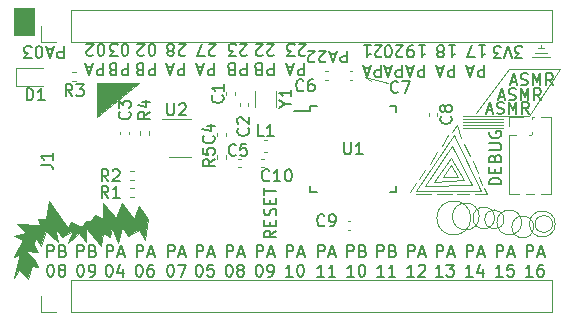
<source format=gto>
%TF.GenerationSoftware,KiCad,Pcbnew,5.1.9+dfsg1-1*%
%TF.CreationDate,2022-01-14T18:57:29-05:00*%
%TF.ProjectId,samd21g17d,73616d64-3231-4673-9137-642e6b696361,rev?*%
%TF.SameCoordinates,Original*%
%TF.FileFunction,Legend,Top*%
%TF.FilePolarity,Positive*%
%FSLAX46Y46*%
G04 Gerber Fmt 4.6, Leading zero omitted, Abs format (unit mm)*
G04 Created by KiCad (PCBNEW 5.1.9+dfsg1-1) date 2022-01-14 18:57:29*
%MOMM*%
%LPD*%
G01*
G04 APERTURE LIST*
%ADD10C,0.120000*%
%ADD11C,0.150000*%
%ADD12C,0.100000*%
%ADD13R,1.800000X1.000000*%
%ADD14R,1.060000X0.650000*%
%ADD15R,0.250000X1.300000*%
%ADD16R,1.300000X0.250000*%
%ADD17R,1.600000X1.400000*%
%ADD18O,1.000000X1.000000*%
%ADD19R,1.000000X1.000000*%
%ADD20O,1.700000X1.700000*%
%ADD21R,1.700000X1.700000*%
%ADD22R,1.150000X0.300000*%
%ADD23O,0.650000X0.650000*%
%ADD24O,1.800000X1.000000*%
%ADD25O,2.100000X1.000000*%
%ADD26R,1.086500X0.300000*%
G04 APERTURE END LIST*
D10*
X118237000Y-82296000D02*
X121666000Y-82296000D01*
X118237000Y-82042000D02*
X121666000Y-82042000D01*
X118237000Y-81788000D02*
X121666000Y-81788000D01*
X118237000Y-81534000D02*
X121666000Y-81534000D01*
X123825000Y-81280000D02*
X118237000Y-81280000D01*
X126492000Y-77343000D02*
X123825000Y-81280000D01*
X122174000Y-77343000D02*
X126492000Y-77343000D01*
X119380000Y-81026000D02*
X122174000Y-77343000D01*
D11*
X120261285Y-80811666D02*
X120737476Y-80811666D01*
X120166047Y-81097380D02*
X120499380Y-80097380D01*
X120832714Y-81097380D01*
X121118428Y-81049761D02*
X121261285Y-81097380D01*
X121499380Y-81097380D01*
X121594619Y-81049761D01*
X121642238Y-81002142D01*
X121689857Y-80906904D01*
X121689857Y-80811666D01*
X121642238Y-80716428D01*
X121594619Y-80668809D01*
X121499380Y-80621190D01*
X121308904Y-80573571D01*
X121213666Y-80525952D01*
X121166047Y-80478333D01*
X121118428Y-80383095D01*
X121118428Y-80287857D01*
X121166047Y-80192619D01*
X121213666Y-80145000D01*
X121308904Y-80097380D01*
X121547000Y-80097380D01*
X121689857Y-80145000D01*
X122118428Y-81097380D02*
X122118428Y-80097380D01*
X122451761Y-80811666D01*
X122785095Y-80097380D01*
X122785095Y-81097380D01*
X123832714Y-81097380D02*
X123499380Y-80621190D01*
X123261285Y-81097380D02*
X123261285Y-80097380D01*
X123642238Y-80097380D01*
X123737476Y-80145000D01*
X123785095Y-80192619D01*
X123832714Y-80287857D01*
X123832714Y-80430714D01*
X123785095Y-80525952D01*
X123737476Y-80573571D01*
X123642238Y-80621190D01*
X123261285Y-80621190D01*
X121277285Y-79668666D02*
X121753476Y-79668666D01*
X121182047Y-79954380D02*
X121515380Y-78954380D01*
X121848714Y-79954380D01*
X122134428Y-79906761D02*
X122277285Y-79954380D01*
X122515380Y-79954380D01*
X122610619Y-79906761D01*
X122658238Y-79859142D01*
X122705857Y-79763904D01*
X122705857Y-79668666D01*
X122658238Y-79573428D01*
X122610619Y-79525809D01*
X122515380Y-79478190D01*
X122324904Y-79430571D01*
X122229666Y-79382952D01*
X122182047Y-79335333D01*
X122134428Y-79240095D01*
X122134428Y-79144857D01*
X122182047Y-79049619D01*
X122229666Y-79002000D01*
X122324904Y-78954380D01*
X122563000Y-78954380D01*
X122705857Y-79002000D01*
X123134428Y-79954380D02*
X123134428Y-78954380D01*
X123467761Y-79668666D01*
X123801095Y-78954380D01*
X123801095Y-79954380D01*
X124848714Y-79954380D02*
X124515380Y-79478190D01*
X124277285Y-79954380D02*
X124277285Y-78954380D01*
X124658238Y-78954380D01*
X124753476Y-79002000D01*
X124801095Y-79049619D01*
X124848714Y-79144857D01*
X124848714Y-79287714D01*
X124801095Y-79382952D01*
X124753476Y-79430571D01*
X124658238Y-79478190D01*
X124277285Y-79478190D01*
X122293285Y-78398666D02*
X122769476Y-78398666D01*
X122198047Y-78684380D02*
X122531380Y-77684380D01*
X122864714Y-78684380D01*
X123150428Y-78636761D02*
X123293285Y-78684380D01*
X123531380Y-78684380D01*
X123626619Y-78636761D01*
X123674238Y-78589142D01*
X123721857Y-78493904D01*
X123721857Y-78398666D01*
X123674238Y-78303428D01*
X123626619Y-78255809D01*
X123531380Y-78208190D01*
X123340904Y-78160571D01*
X123245666Y-78112952D01*
X123198047Y-78065333D01*
X123150428Y-77970095D01*
X123150428Y-77874857D01*
X123198047Y-77779619D01*
X123245666Y-77732000D01*
X123340904Y-77684380D01*
X123579000Y-77684380D01*
X123721857Y-77732000D01*
X124150428Y-78684380D02*
X124150428Y-77684380D01*
X124483761Y-78398666D01*
X124817095Y-77684380D01*
X124817095Y-78684380D01*
X125864714Y-78684380D02*
X125531380Y-78208190D01*
X125293285Y-78684380D02*
X125293285Y-77684380D01*
X125674238Y-77684380D01*
X125769476Y-77732000D01*
X125817095Y-77779619D01*
X125864714Y-77874857D01*
X125864714Y-78017714D01*
X125817095Y-78112952D01*
X125769476Y-78160571D01*
X125674238Y-78208190D01*
X125293285Y-78208190D01*
D12*
G36*
X81915000Y-74422000D02*
G01*
X80264000Y-74422000D01*
X80264000Y-72136000D01*
X81915000Y-72136000D01*
X81915000Y-74422000D01*
G37*
X81915000Y-74422000D02*
X80264000Y-74422000D01*
X80264000Y-72136000D01*
X81915000Y-72136000D01*
X81915000Y-74422000D01*
G36*
X87249000Y-81407000D02*
G01*
X87249000Y-78486000D01*
X90805000Y-78486000D01*
X87249000Y-81407000D01*
G37*
X87249000Y-81407000D02*
X87249000Y-78486000D01*
X90805000Y-78486000D01*
X87249000Y-81407000D01*
G36*
X84836000Y-90805000D02*
G01*
X85090000Y-90297000D01*
X85979000Y-90678000D01*
X86360000Y-90170000D01*
X86741000Y-90170000D01*
X87122000Y-89662000D01*
X87757000Y-90043000D01*
X87757000Y-88646000D01*
X88900000Y-89916000D01*
X89408000Y-88646000D01*
X90424000Y-90043000D01*
X90805000Y-88900000D01*
X91567000Y-90043000D01*
X91313000Y-91821000D01*
X90805000Y-90932000D01*
X89916000Y-91440000D01*
X89408000Y-90678000D01*
X89027000Y-92075000D01*
X88519000Y-90805000D01*
X88392000Y-91567000D01*
X87757000Y-91186000D01*
X87630000Y-92329000D01*
X86360000Y-90805000D01*
X86360000Y-91948000D01*
X85725000Y-91186000D01*
X84836000Y-92075000D01*
X85217000Y-91059000D01*
X84328000Y-91567000D01*
X83693000Y-90805000D01*
X83947000Y-91948000D01*
X82931000Y-91059000D01*
X82550000Y-92329000D01*
X82042000Y-91567000D01*
X81915000Y-92202000D01*
X82296000Y-92837000D01*
X81280000Y-92710000D01*
X82042000Y-93472000D01*
X82296000Y-94107000D01*
X81788000Y-93980000D01*
X81407000Y-95123000D01*
X80645000Y-94361000D01*
X80264000Y-94996000D01*
X80772000Y-92964000D01*
X80264000Y-93218000D01*
X81026000Y-91821000D01*
X80264000Y-91440000D01*
X81280000Y-91186000D01*
X80518000Y-90424000D01*
X82423000Y-90551000D01*
X82296000Y-90043000D01*
X82931000Y-90043000D01*
X83185000Y-88519000D01*
X84836000Y-90805000D01*
G37*
X84836000Y-90805000D02*
X85090000Y-90297000D01*
X85979000Y-90678000D01*
X86360000Y-90170000D01*
X86741000Y-90170000D01*
X87122000Y-89662000D01*
X87757000Y-90043000D01*
X87757000Y-88646000D01*
X88900000Y-89916000D01*
X89408000Y-88646000D01*
X90424000Y-90043000D01*
X90805000Y-88900000D01*
X91567000Y-90043000D01*
X91313000Y-91821000D01*
X90805000Y-90932000D01*
X89916000Y-91440000D01*
X89408000Y-90678000D01*
X89027000Y-92075000D01*
X88519000Y-90805000D01*
X88392000Y-91567000D01*
X87757000Y-91186000D01*
X87630000Y-92329000D01*
X86360000Y-90805000D01*
X86360000Y-91948000D01*
X85725000Y-91186000D01*
X84836000Y-92075000D01*
X85217000Y-91059000D01*
X84328000Y-91567000D01*
X83693000Y-90805000D01*
X83947000Y-91948000D01*
X82931000Y-91059000D01*
X82550000Y-92329000D01*
X82042000Y-91567000D01*
X81915000Y-92202000D01*
X82296000Y-92837000D01*
X81280000Y-92710000D01*
X82042000Y-93472000D01*
X82296000Y-94107000D01*
X81788000Y-93980000D01*
X81407000Y-95123000D01*
X80645000Y-94361000D01*
X80264000Y-94996000D01*
X80772000Y-92964000D01*
X80264000Y-93218000D01*
X81026000Y-91821000D01*
X80264000Y-91440000D01*
X81280000Y-91186000D01*
X80518000Y-90424000D01*
X82423000Y-90551000D01*
X82296000Y-90043000D01*
X82931000Y-90043000D01*
X83185000Y-88519000D01*
X84836000Y-90805000D01*
D10*
X125835531Y-90424000D02*
G75*
G03*
X125835531Y-90424000I-740531J0D01*
G01*
X126060495Y-90424000D02*
G75*
G03*
X126060495Y-90424000I-1092495J0D01*
G01*
X124241574Y-90678000D02*
G75*
G03*
X124241574Y-90678000I-924574J0D01*
G01*
X121717197Y-90043000D02*
G75*
G03*
X121717197Y-90043000I-813197J0D01*
G01*
X123221269Y-90297000D02*
G75*
G03*
X123221269Y-90297000I-1047269J0D01*
G01*
X120930810Y-89916000D02*
G75*
G03*
X120930810Y-89916000I-915810J0D01*
G01*
X119626923Y-89789000D02*
G75*
G03*
X119626923Y-89789000I-1135923J0D01*
G01*
X118911841Y-89916000D02*
G75*
G03*
X118911841Y-89916000I-1436841J0D01*
G01*
X114300000Y-86995000D02*
X113792000Y-87757000D01*
X114300000Y-87884000D02*
X115570000Y-87884000D01*
X117348000Y-87884000D02*
X116078000Y-87884000D01*
X118745000Y-87884000D02*
X117729000Y-87884000D01*
X120269000Y-87884000D02*
X119253000Y-87884000D01*
X120015000Y-87376000D02*
X120269000Y-87884000D01*
X119634000Y-86487000D02*
X119888000Y-87122000D01*
X119126000Y-85090000D02*
X119507000Y-86106000D01*
X118364000Y-83693000D02*
X118872000Y-84709000D01*
X117729000Y-82042000D02*
X118110000Y-83185000D01*
X117348000Y-82677000D02*
X117729000Y-82042000D01*
X116459000Y-83820000D02*
X116967000Y-82931000D01*
X115443000Y-85344000D02*
X116078000Y-84328000D01*
X114554000Y-86614000D02*
X115062000Y-85852000D01*
X117856000Y-86487000D02*
X116586000Y-86487000D01*
X117221000Y-85471000D02*
X117856000Y-86487000D01*
X116586000Y-86487000D02*
X117221000Y-85471000D01*
X118364000Y-86741000D02*
X115824000Y-86868000D01*
X117221000Y-84836000D02*
X118364000Y-86741000D01*
X115824000Y-86868000D02*
X117221000Y-84836000D01*
X118999000Y-87122000D02*
X115062000Y-87249000D01*
X117348000Y-83820000D02*
X118999000Y-87122000D01*
X115062000Y-87249000D02*
X117348000Y-83820000D01*
X119761000Y-87630000D02*
X114300000Y-87630000D01*
X117475000Y-82931000D02*
X119761000Y-87630000D01*
X114300000Y-87630000D02*
X117475000Y-82931000D01*
X124841000Y-75311000D02*
X124841000Y-75438000D01*
X124587000Y-75565000D02*
X125095000Y-75565000D01*
X124333000Y-75946000D02*
X125349000Y-75946000D01*
X124079000Y-76327000D02*
X125603000Y-76327000D01*
D11*
X123285095Y-76366619D02*
X122666047Y-76366619D01*
X122999380Y-75985666D01*
X122856523Y-75985666D01*
X122761285Y-75938047D01*
X122713666Y-75890428D01*
X122666047Y-75795190D01*
X122666047Y-75557095D01*
X122713666Y-75461857D01*
X122761285Y-75414238D01*
X122856523Y-75366619D01*
X123142238Y-75366619D01*
X123237476Y-75414238D01*
X123285095Y-75461857D01*
X122380333Y-76366619D02*
X122047000Y-75366619D01*
X121713666Y-76366619D01*
X121475571Y-76366619D02*
X120856523Y-76366619D01*
X121189857Y-75985666D01*
X121047000Y-75985666D01*
X120951761Y-75938047D01*
X120904142Y-75890428D01*
X120856523Y-75795190D01*
X120856523Y-75557095D01*
X120904142Y-75461857D01*
X120951761Y-75414238D01*
X121047000Y-75366619D01*
X121332714Y-75366619D01*
X121427952Y-75414238D01*
X121475571Y-75461857D01*
X120070476Y-76953619D02*
X120070476Y-77953619D01*
X119689523Y-77953619D01*
X119594285Y-77906000D01*
X119546666Y-77858380D01*
X119499047Y-77763142D01*
X119499047Y-77620285D01*
X119546666Y-77525047D01*
X119594285Y-77477428D01*
X119689523Y-77429809D01*
X120070476Y-77429809D01*
X119118095Y-77239333D02*
X118641904Y-77239333D01*
X119213333Y-76953619D02*
X118880000Y-77953619D01*
X118546666Y-76953619D01*
X119570476Y-75303619D02*
X120141904Y-75303619D01*
X119856190Y-75303619D02*
X119856190Y-76303619D01*
X119951428Y-76160761D01*
X120046666Y-76065523D01*
X120141904Y-76017904D01*
X119237142Y-76303619D02*
X118570476Y-76303619D01*
X118999047Y-75303619D01*
X117530476Y-76953619D02*
X117530476Y-77953619D01*
X117149523Y-77953619D01*
X117054285Y-77906000D01*
X117006666Y-77858380D01*
X116959047Y-77763142D01*
X116959047Y-77620285D01*
X117006666Y-77525047D01*
X117054285Y-77477428D01*
X117149523Y-77429809D01*
X117530476Y-77429809D01*
X116578095Y-77239333D02*
X116101904Y-77239333D01*
X116673333Y-76953619D02*
X116340000Y-77953619D01*
X116006666Y-76953619D01*
X117030476Y-75303619D02*
X117601904Y-75303619D01*
X117316190Y-75303619D02*
X117316190Y-76303619D01*
X117411428Y-76160761D01*
X117506666Y-76065523D01*
X117601904Y-76017904D01*
X116459047Y-75875047D02*
X116554285Y-75922666D01*
X116601904Y-75970285D01*
X116649523Y-76065523D01*
X116649523Y-76113142D01*
X116601904Y-76208380D01*
X116554285Y-76256000D01*
X116459047Y-76303619D01*
X116268571Y-76303619D01*
X116173333Y-76256000D01*
X116125714Y-76208380D01*
X116078095Y-76113142D01*
X116078095Y-76065523D01*
X116125714Y-75970285D01*
X116173333Y-75922666D01*
X116268571Y-75875047D01*
X116459047Y-75875047D01*
X116554285Y-75827428D01*
X116601904Y-75779809D01*
X116649523Y-75684571D01*
X116649523Y-75494095D01*
X116601904Y-75398857D01*
X116554285Y-75351238D01*
X116459047Y-75303619D01*
X116268571Y-75303619D01*
X116173333Y-75351238D01*
X116125714Y-75398857D01*
X116078095Y-75494095D01*
X116078095Y-75684571D01*
X116125714Y-75779809D01*
X116173333Y-75827428D01*
X116268571Y-75875047D01*
X114990476Y-76953619D02*
X114990476Y-77953619D01*
X114609523Y-77953619D01*
X114514285Y-77906000D01*
X114466666Y-77858380D01*
X114419047Y-77763142D01*
X114419047Y-77620285D01*
X114466666Y-77525047D01*
X114514285Y-77477428D01*
X114609523Y-77429809D01*
X114990476Y-77429809D01*
X114038095Y-77239333D02*
X113561904Y-77239333D01*
X114133333Y-76953619D02*
X113800000Y-77953619D01*
X113466666Y-76953619D01*
X114490476Y-75303619D02*
X115061904Y-75303619D01*
X114776190Y-75303619D02*
X114776190Y-76303619D01*
X114871428Y-76160761D01*
X114966666Y-76065523D01*
X115061904Y-76017904D01*
X114014285Y-75303619D02*
X113823809Y-75303619D01*
X113728571Y-75351238D01*
X113680952Y-75398857D01*
X113585714Y-75541714D01*
X113538095Y-75732190D01*
X113538095Y-76113142D01*
X113585714Y-76208380D01*
X113633333Y-76256000D01*
X113728571Y-76303619D01*
X113919047Y-76303619D01*
X114014285Y-76256000D01*
X114061904Y-76208380D01*
X114109523Y-76113142D01*
X114109523Y-75875047D01*
X114061904Y-75779809D01*
X114014285Y-75732190D01*
X113919047Y-75684571D01*
X113728571Y-75684571D01*
X113633333Y-75732190D01*
X113585714Y-75779809D01*
X113538095Y-75875047D01*
X113085476Y-76953619D02*
X113085476Y-77953619D01*
X112704523Y-77953619D01*
X112609285Y-77906000D01*
X112561666Y-77858380D01*
X112514047Y-77763142D01*
X112514047Y-77620285D01*
X112561666Y-77525047D01*
X112609285Y-77477428D01*
X112704523Y-77429809D01*
X113085476Y-77429809D01*
X112133095Y-77239333D02*
X111656904Y-77239333D01*
X112228333Y-76953619D02*
X111895000Y-77953619D01*
X111561666Y-76953619D01*
X113156904Y-76208380D02*
X113109285Y-76256000D01*
X113014047Y-76303619D01*
X112775952Y-76303619D01*
X112680714Y-76256000D01*
X112633095Y-76208380D01*
X112585476Y-76113142D01*
X112585476Y-76017904D01*
X112633095Y-75875047D01*
X113204523Y-75303619D01*
X112585476Y-75303619D01*
X111966428Y-76303619D02*
X111871190Y-76303619D01*
X111775952Y-76256000D01*
X111728333Y-76208380D01*
X111680714Y-76113142D01*
X111633095Y-75922666D01*
X111633095Y-75684571D01*
X111680714Y-75494095D01*
X111728333Y-75398857D01*
X111775952Y-75351238D01*
X111871190Y-75303619D01*
X111966428Y-75303619D01*
X112061666Y-75351238D01*
X112109285Y-75398857D01*
X112156904Y-75494095D01*
X112204523Y-75684571D01*
X112204523Y-75922666D01*
X112156904Y-76113142D01*
X112109285Y-76208380D01*
X112061666Y-76256000D01*
X111966428Y-76303619D01*
X111307476Y-76953619D02*
X111307476Y-77953619D01*
X110926523Y-77953619D01*
X110831285Y-77906000D01*
X110783666Y-77858380D01*
X110736047Y-77763142D01*
X110736047Y-77620285D01*
X110783666Y-77525047D01*
X110831285Y-77477428D01*
X110926523Y-77429809D01*
X111307476Y-77429809D01*
X110355095Y-77239333D02*
X109878904Y-77239333D01*
X110450333Y-76953619D02*
X110117000Y-77953619D01*
X109783666Y-76953619D01*
X111378904Y-76208380D02*
X111331285Y-76256000D01*
X111236047Y-76303619D01*
X110997952Y-76303619D01*
X110902714Y-76256000D01*
X110855095Y-76208380D01*
X110807476Y-76113142D01*
X110807476Y-76017904D01*
X110855095Y-75875047D01*
X111426523Y-75303619D01*
X110807476Y-75303619D01*
X109855095Y-75303619D02*
X110426523Y-75303619D01*
X110140809Y-75303619D02*
X110140809Y-76303619D01*
X110236047Y-76160761D01*
X110331285Y-76065523D01*
X110426523Y-76017904D01*
X108449857Y-75747619D02*
X108449857Y-76747619D01*
X108068904Y-76747619D01*
X107973666Y-76700000D01*
X107926047Y-76652380D01*
X107878428Y-76557142D01*
X107878428Y-76414285D01*
X107926047Y-76319047D01*
X107973666Y-76271428D01*
X108068904Y-76223809D01*
X108449857Y-76223809D01*
X107497476Y-76033333D02*
X107021285Y-76033333D01*
X107592714Y-75747619D02*
X107259380Y-76747619D01*
X106926047Y-75747619D01*
X106640333Y-76652380D02*
X106592714Y-76700000D01*
X106497476Y-76747619D01*
X106259380Y-76747619D01*
X106164142Y-76700000D01*
X106116523Y-76652380D01*
X106068904Y-76557142D01*
X106068904Y-76461904D01*
X106116523Y-76319047D01*
X106687952Y-75747619D01*
X106068904Y-75747619D01*
X105687952Y-76652380D02*
X105640333Y-76700000D01*
X105545095Y-76747619D01*
X105307000Y-76747619D01*
X105211761Y-76700000D01*
X105164142Y-76652380D01*
X105116523Y-76557142D01*
X105116523Y-76461904D01*
X105164142Y-76319047D01*
X105735571Y-75747619D01*
X105116523Y-75747619D01*
X104830476Y-76826619D02*
X104830476Y-77826619D01*
X104449523Y-77826619D01*
X104354285Y-77779000D01*
X104306666Y-77731380D01*
X104259047Y-77636142D01*
X104259047Y-77493285D01*
X104306666Y-77398047D01*
X104354285Y-77350428D01*
X104449523Y-77302809D01*
X104830476Y-77302809D01*
X103878095Y-77112333D02*
X103401904Y-77112333D01*
X103973333Y-76826619D02*
X103640000Y-77826619D01*
X103306666Y-76826619D01*
X104901904Y-76081380D02*
X104854285Y-76129000D01*
X104759047Y-76176619D01*
X104520952Y-76176619D01*
X104425714Y-76129000D01*
X104378095Y-76081380D01*
X104330476Y-75986142D01*
X104330476Y-75890904D01*
X104378095Y-75748047D01*
X104949523Y-75176619D01*
X104330476Y-75176619D01*
X103997142Y-76176619D02*
X103378095Y-76176619D01*
X103711428Y-75795666D01*
X103568571Y-75795666D01*
X103473333Y-75748047D01*
X103425714Y-75700428D01*
X103378095Y-75605190D01*
X103378095Y-75367095D01*
X103425714Y-75271857D01*
X103473333Y-75224238D01*
X103568571Y-75176619D01*
X103854285Y-75176619D01*
X103949523Y-75224238D01*
X103997142Y-75271857D01*
X102234904Y-76826619D02*
X102234904Y-77826619D01*
X101853952Y-77826619D01*
X101758714Y-77779000D01*
X101711095Y-77731380D01*
X101663476Y-77636142D01*
X101663476Y-77493285D01*
X101711095Y-77398047D01*
X101758714Y-77350428D01*
X101853952Y-77302809D01*
X102234904Y-77302809D01*
X100901571Y-77350428D02*
X100758714Y-77302809D01*
X100711095Y-77255190D01*
X100663476Y-77159952D01*
X100663476Y-77017095D01*
X100711095Y-76921857D01*
X100758714Y-76874238D01*
X100853952Y-76826619D01*
X101234904Y-76826619D01*
X101234904Y-77826619D01*
X100901571Y-77826619D01*
X100806333Y-77779000D01*
X100758714Y-77731380D01*
X100711095Y-77636142D01*
X100711095Y-77540904D01*
X100758714Y-77445666D01*
X100806333Y-77398047D01*
X100901571Y-77350428D01*
X101234904Y-77350428D01*
X102234904Y-76081380D02*
X102187285Y-76129000D01*
X102092047Y-76176619D01*
X101853952Y-76176619D01*
X101758714Y-76129000D01*
X101711095Y-76081380D01*
X101663476Y-75986142D01*
X101663476Y-75890904D01*
X101711095Y-75748047D01*
X102282523Y-75176619D01*
X101663476Y-75176619D01*
X101282523Y-76081380D02*
X101234904Y-76129000D01*
X101139666Y-76176619D01*
X100901571Y-76176619D01*
X100806333Y-76129000D01*
X100758714Y-76081380D01*
X100711095Y-75986142D01*
X100711095Y-75890904D01*
X100758714Y-75748047D01*
X101330142Y-75176619D01*
X100711095Y-75176619D01*
D10*
X109982000Y-77978000D02*
X110490000Y-78359000D01*
X111887000Y-78486000D02*
X109982000Y-77978000D01*
D11*
X99948904Y-76826619D02*
X99948904Y-77826619D01*
X99567952Y-77826619D01*
X99472714Y-77779000D01*
X99425095Y-77731380D01*
X99377476Y-77636142D01*
X99377476Y-77493285D01*
X99425095Y-77398047D01*
X99472714Y-77350428D01*
X99567952Y-77302809D01*
X99948904Y-77302809D01*
X98615571Y-77350428D02*
X98472714Y-77302809D01*
X98425095Y-77255190D01*
X98377476Y-77159952D01*
X98377476Y-77017095D01*
X98425095Y-76921857D01*
X98472714Y-76874238D01*
X98567952Y-76826619D01*
X98948904Y-76826619D01*
X98948904Y-77826619D01*
X98615571Y-77826619D01*
X98520333Y-77779000D01*
X98472714Y-77731380D01*
X98425095Y-77636142D01*
X98425095Y-77540904D01*
X98472714Y-77445666D01*
X98520333Y-77398047D01*
X98615571Y-77350428D01*
X98948904Y-77350428D01*
X99948904Y-76081380D02*
X99901285Y-76129000D01*
X99806047Y-76176619D01*
X99567952Y-76176619D01*
X99472714Y-76129000D01*
X99425095Y-76081380D01*
X99377476Y-75986142D01*
X99377476Y-75890904D01*
X99425095Y-75748047D01*
X99996523Y-75176619D01*
X99377476Y-75176619D01*
X99044142Y-76176619D02*
X98425095Y-76176619D01*
X98758428Y-75795666D01*
X98615571Y-75795666D01*
X98520333Y-75748047D01*
X98472714Y-75700428D01*
X98425095Y-75605190D01*
X98425095Y-75367095D01*
X98472714Y-75271857D01*
X98520333Y-75224238D01*
X98615571Y-75176619D01*
X98901285Y-75176619D01*
X98996523Y-75224238D01*
X99044142Y-75271857D01*
X97210476Y-76826619D02*
X97210476Y-77826619D01*
X96829523Y-77826619D01*
X96734285Y-77779000D01*
X96686666Y-77731380D01*
X96639047Y-77636142D01*
X96639047Y-77493285D01*
X96686666Y-77398047D01*
X96734285Y-77350428D01*
X96829523Y-77302809D01*
X97210476Y-77302809D01*
X96258095Y-77112333D02*
X95781904Y-77112333D01*
X96353333Y-76826619D02*
X96020000Y-77826619D01*
X95686666Y-76826619D01*
X97281904Y-76081380D02*
X97234285Y-76129000D01*
X97139047Y-76176619D01*
X96900952Y-76176619D01*
X96805714Y-76129000D01*
X96758095Y-76081380D01*
X96710476Y-75986142D01*
X96710476Y-75890904D01*
X96758095Y-75748047D01*
X97329523Y-75176619D01*
X96710476Y-75176619D01*
X96377142Y-76176619D02*
X95710476Y-76176619D01*
X96139047Y-75176619D01*
X94670476Y-76826619D02*
X94670476Y-77826619D01*
X94289523Y-77826619D01*
X94194285Y-77779000D01*
X94146666Y-77731380D01*
X94099047Y-77636142D01*
X94099047Y-77493285D01*
X94146666Y-77398047D01*
X94194285Y-77350428D01*
X94289523Y-77302809D01*
X94670476Y-77302809D01*
X93718095Y-77112333D02*
X93241904Y-77112333D01*
X93813333Y-76826619D02*
X93480000Y-77826619D01*
X93146666Y-76826619D01*
X94741904Y-76081380D02*
X94694285Y-76129000D01*
X94599047Y-76176619D01*
X94360952Y-76176619D01*
X94265714Y-76129000D01*
X94218095Y-76081380D01*
X94170476Y-75986142D01*
X94170476Y-75890904D01*
X94218095Y-75748047D01*
X94789523Y-75176619D01*
X94170476Y-75176619D01*
X93599047Y-75748047D02*
X93694285Y-75795666D01*
X93741904Y-75843285D01*
X93789523Y-75938523D01*
X93789523Y-75986142D01*
X93741904Y-76081380D01*
X93694285Y-76129000D01*
X93599047Y-76176619D01*
X93408571Y-76176619D01*
X93313333Y-76129000D01*
X93265714Y-76081380D01*
X93218095Y-75986142D01*
X93218095Y-75938523D01*
X93265714Y-75843285D01*
X93313333Y-75795666D01*
X93408571Y-75748047D01*
X93599047Y-75748047D01*
X93694285Y-75700428D01*
X93741904Y-75652809D01*
X93789523Y-75557571D01*
X93789523Y-75367095D01*
X93741904Y-75271857D01*
X93694285Y-75224238D01*
X93599047Y-75176619D01*
X93408571Y-75176619D01*
X93313333Y-75224238D01*
X93265714Y-75271857D01*
X93218095Y-75367095D01*
X93218095Y-75557571D01*
X93265714Y-75652809D01*
X93313333Y-75700428D01*
X93408571Y-75748047D01*
X92201904Y-76826619D02*
X92201904Y-77826619D01*
X91820952Y-77826619D01*
X91725714Y-77779000D01*
X91678095Y-77731380D01*
X91630476Y-77636142D01*
X91630476Y-77493285D01*
X91678095Y-77398047D01*
X91725714Y-77350428D01*
X91820952Y-77302809D01*
X92201904Y-77302809D01*
X90868571Y-77350428D02*
X90725714Y-77302809D01*
X90678095Y-77255190D01*
X90630476Y-77159952D01*
X90630476Y-77017095D01*
X90678095Y-76921857D01*
X90725714Y-76874238D01*
X90820952Y-76826619D01*
X91201904Y-76826619D01*
X91201904Y-77826619D01*
X90868571Y-77826619D01*
X90773333Y-77779000D01*
X90725714Y-77731380D01*
X90678095Y-77636142D01*
X90678095Y-77540904D01*
X90725714Y-77445666D01*
X90773333Y-77398047D01*
X90868571Y-77350428D01*
X91201904Y-77350428D01*
X91963809Y-76176619D02*
X91868571Y-76176619D01*
X91773333Y-76129000D01*
X91725714Y-76081380D01*
X91678095Y-75986142D01*
X91630476Y-75795666D01*
X91630476Y-75557571D01*
X91678095Y-75367095D01*
X91725714Y-75271857D01*
X91773333Y-75224238D01*
X91868571Y-75176619D01*
X91963809Y-75176619D01*
X92059047Y-75224238D01*
X92106666Y-75271857D01*
X92154285Y-75367095D01*
X92201904Y-75557571D01*
X92201904Y-75795666D01*
X92154285Y-75986142D01*
X92106666Y-76081380D01*
X92059047Y-76129000D01*
X91963809Y-76176619D01*
X91249523Y-76081380D02*
X91201904Y-76129000D01*
X91106666Y-76176619D01*
X90868571Y-76176619D01*
X90773333Y-76129000D01*
X90725714Y-76081380D01*
X90678095Y-75986142D01*
X90678095Y-75890904D01*
X90725714Y-75748047D01*
X91297142Y-75176619D01*
X90678095Y-75176619D01*
X89915904Y-76826619D02*
X89915904Y-77826619D01*
X89534952Y-77826619D01*
X89439714Y-77779000D01*
X89392095Y-77731380D01*
X89344476Y-77636142D01*
X89344476Y-77493285D01*
X89392095Y-77398047D01*
X89439714Y-77350428D01*
X89534952Y-77302809D01*
X89915904Y-77302809D01*
X88582571Y-77350428D02*
X88439714Y-77302809D01*
X88392095Y-77255190D01*
X88344476Y-77159952D01*
X88344476Y-77017095D01*
X88392095Y-76921857D01*
X88439714Y-76874238D01*
X88534952Y-76826619D01*
X88915904Y-76826619D01*
X88915904Y-77826619D01*
X88582571Y-77826619D01*
X88487333Y-77779000D01*
X88439714Y-77731380D01*
X88392095Y-77636142D01*
X88392095Y-77540904D01*
X88439714Y-77445666D01*
X88487333Y-77398047D01*
X88582571Y-77350428D01*
X88915904Y-77350428D01*
X89677809Y-76176619D02*
X89582571Y-76176619D01*
X89487333Y-76129000D01*
X89439714Y-76081380D01*
X89392095Y-75986142D01*
X89344476Y-75795666D01*
X89344476Y-75557571D01*
X89392095Y-75367095D01*
X89439714Y-75271857D01*
X89487333Y-75224238D01*
X89582571Y-75176619D01*
X89677809Y-75176619D01*
X89773047Y-75224238D01*
X89820666Y-75271857D01*
X89868285Y-75367095D01*
X89915904Y-75557571D01*
X89915904Y-75795666D01*
X89868285Y-75986142D01*
X89820666Y-76081380D01*
X89773047Y-76129000D01*
X89677809Y-76176619D01*
X89011142Y-76176619D02*
X88392095Y-76176619D01*
X88725428Y-75795666D01*
X88582571Y-75795666D01*
X88487333Y-75748047D01*
X88439714Y-75700428D01*
X88392095Y-75605190D01*
X88392095Y-75367095D01*
X88439714Y-75271857D01*
X88487333Y-75224238D01*
X88582571Y-75176619D01*
X88868285Y-75176619D01*
X88963523Y-75224238D01*
X89011142Y-75271857D01*
X87812476Y-76826619D02*
X87812476Y-77826619D01*
X87431523Y-77826619D01*
X87336285Y-77779000D01*
X87288666Y-77731380D01*
X87241047Y-77636142D01*
X87241047Y-77493285D01*
X87288666Y-77398047D01*
X87336285Y-77350428D01*
X87431523Y-77302809D01*
X87812476Y-77302809D01*
X86860095Y-77112333D02*
X86383904Y-77112333D01*
X86955333Y-76826619D02*
X86622000Y-77826619D01*
X86288666Y-76826619D01*
X87645809Y-76176619D02*
X87550571Y-76176619D01*
X87455333Y-76129000D01*
X87407714Y-76081380D01*
X87360095Y-75986142D01*
X87312476Y-75795666D01*
X87312476Y-75557571D01*
X87360095Y-75367095D01*
X87407714Y-75271857D01*
X87455333Y-75224238D01*
X87550571Y-75176619D01*
X87645809Y-75176619D01*
X87741047Y-75224238D01*
X87788666Y-75271857D01*
X87836285Y-75367095D01*
X87883904Y-75557571D01*
X87883904Y-75795666D01*
X87836285Y-75986142D01*
X87788666Y-76081380D01*
X87741047Y-76129000D01*
X87645809Y-76176619D01*
X86931523Y-76081380D02*
X86883904Y-76129000D01*
X86788666Y-76176619D01*
X86550571Y-76176619D01*
X86455333Y-76129000D01*
X86407714Y-76081380D01*
X86360095Y-75986142D01*
X86360095Y-75890904D01*
X86407714Y-75748047D01*
X86979142Y-75176619D01*
X86360095Y-75176619D01*
X84446857Y-75366619D02*
X84446857Y-76366619D01*
X84065904Y-76366619D01*
X83970666Y-76319000D01*
X83923047Y-76271380D01*
X83875428Y-76176142D01*
X83875428Y-76033285D01*
X83923047Y-75938047D01*
X83970666Y-75890428D01*
X84065904Y-75842809D01*
X84446857Y-75842809D01*
X83494476Y-75652333D02*
X83018285Y-75652333D01*
X83589714Y-75366619D02*
X83256380Y-76366619D01*
X82923047Y-75366619D01*
X82399238Y-76366619D02*
X82304000Y-76366619D01*
X82208761Y-76319000D01*
X82161142Y-76271380D01*
X82113523Y-76176142D01*
X82065904Y-75985666D01*
X82065904Y-75747571D01*
X82113523Y-75557095D01*
X82161142Y-75461857D01*
X82208761Y-75414238D01*
X82304000Y-75366619D01*
X82399238Y-75366619D01*
X82494476Y-75414238D01*
X82542095Y-75461857D01*
X82589714Y-75557095D01*
X82637333Y-75747571D01*
X82637333Y-75985666D01*
X82589714Y-76176142D01*
X82542095Y-76271380D01*
X82494476Y-76319000D01*
X82399238Y-76366619D01*
X81732571Y-76366619D02*
X81113523Y-76366619D01*
X81446857Y-75985666D01*
X81304000Y-75985666D01*
X81208761Y-75938047D01*
X81161142Y-75890428D01*
X81113523Y-75795190D01*
X81113523Y-75557095D01*
X81161142Y-75461857D01*
X81208761Y-75414238D01*
X81304000Y-75366619D01*
X81589714Y-75366619D01*
X81684952Y-75414238D01*
X81732571Y-75461857D01*
X123642523Y-93226380D02*
X123642523Y-92226380D01*
X124023476Y-92226380D01*
X124118714Y-92274000D01*
X124166333Y-92321619D01*
X124213952Y-92416857D01*
X124213952Y-92559714D01*
X124166333Y-92654952D01*
X124118714Y-92702571D01*
X124023476Y-92750190D01*
X123642523Y-92750190D01*
X124594904Y-92940666D02*
X125071095Y-92940666D01*
X124499666Y-93226380D02*
X124833000Y-92226380D01*
X125166333Y-93226380D01*
X124142523Y-94876380D02*
X123571095Y-94876380D01*
X123856809Y-94876380D02*
X123856809Y-93876380D01*
X123761571Y-94019238D01*
X123666333Y-94114476D01*
X123571095Y-94162095D01*
X124999666Y-93876380D02*
X124809190Y-93876380D01*
X124713952Y-93924000D01*
X124666333Y-93971619D01*
X124571095Y-94114476D01*
X124523476Y-94304952D01*
X124523476Y-94685904D01*
X124571095Y-94781142D01*
X124618714Y-94828761D01*
X124713952Y-94876380D01*
X124904428Y-94876380D01*
X124999666Y-94828761D01*
X125047285Y-94781142D01*
X125094904Y-94685904D01*
X125094904Y-94447809D01*
X125047285Y-94352571D01*
X124999666Y-94304952D01*
X124904428Y-94257333D01*
X124713952Y-94257333D01*
X124618714Y-94304952D01*
X124571095Y-94352571D01*
X124523476Y-94447809D01*
X121102523Y-93226380D02*
X121102523Y-92226380D01*
X121483476Y-92226380D01*
X121578714Y-92274000D01*
X121626333Y-92321619D01*
X121673952Y-92416857D01*
X121673952Y-92559714D01*
X121626333Y-92654952D01*
X121578714Y-92702571D01*
X121483476Y-92750190D01*
X121102523Y-92750190D01*
X122054904Y-92940666D02*
X122531095Y-92940666D01*
X121959666Y-93226380D02*
X122293000Y-92226380D01*
X122626333Y-93226380D01*
X121602523Y-94876380D02*
X121031095Y-94876380D01*
X121316809Y-94876380D02*
X121316809Y-93876380D01*
X121221571Y-94019238D01*
X121126333Y-94114476D01*
X121031095Y-94162095D01*
X122507285Y-93876380D02*
X122031095Y-93876380D01*
X121983476Y-94352571D01*
X122031095Y-94304952D01*
X122126333Y-94257333D01*
X122364428Y-94257333D01*
X122459666Y-94304952D01*
X122507285Y-94352571D01*
X122554904Y-94447809D01*
X122554904Y-94685904D01*
X122507285Y-94781142D01*
X122459666Y-94828761D01*
X122364428Y-94876380D01*
X122126333Y-94876380D01*
X122031095Y-94828761D01*
X121983476Y-94781142D01*
X118562523Y-93226380D02*
X118562523Y-92226380D01*
X118943476Y-92226380D01*
X119038714Y-92274000D01*
X119086333Y-92321619D01*
X119133952Y-92416857D01*
X119133952Y-92559714D01*
X119086333Y-92654952D01*
X119038714Y-92702571D01*
X118943476Y-92750190D01*
X118562523Y-92750190D01*
X119514904Y-92940666D02*
X119991095Y-92940666D01*
X119419666Y-93226380D02*
X119753000Y-92226380D01*
X120086333Y-93226380D01*
X119062523Y-94876380D02*
X118491095Y-94876380D01*
X118776809Y-94876380D02*
X118776809Y-93876380D01*
X118681571Y-94019238D01*
X118586333Y-94114476D01*
X118491095Y-94162095D01*
X119919666Y-94209714D02*
X119919666Y-94876380D01*
X119681571Y-93828761D02*
X119443476Y-94543047D01*
X120062523Y-94543047D01*
X116022523Y-93226380D02*
X116022523Y-92226380D01*
X116403476Y-92226380D01*
X116498714Y-92274000D01*
X116546333Y-92321619D01*
X116593952Y-92416857D01*
X116593952Y-92559714D01*
X116546333Y-92654952D01*
X116498714Y-92702571D01*
X116403476Y-92750190D01*
X116022523Y-92750190D01*
X116974904Y-92940666D02*
X117451095Y-92940666D01*
X116879666Y-93226380D02*
X117213000Y-92226380D01*
X117546333Y-93226380D01*
X116522523Y-94876380D02*
X115951095Y-94876380D01*
X116236809Y-94876380D02*
X116236809Y-93876380D01*
X116141571Y-94019238D01*
X116046333Y-94114476D01*
X115951095Y-94162095D01*
X116855857Y-93876380D02*
X117474904Y-93876380D01*
X117141571Y-94257333D01*
X117284428Y-94257333D01*
X117379666Y-94304952D01*
X117427285Y-94352571D01*
X117474904Y-94447809D01*
X117474904Y-94685904D01*
X117427285Y-94781142D01*
X117379666Y-94828761D01*
X117284428Y-94876380D01*
X116998714Y-94876380D01*
X116903476Y-94828761D01*
X116855857Y-94781142D01*
X113609523Y-93226380D02*
X113609523Y-92226380D01*
X113990476Y-92226380D01*
X114085714Y-92274000D01*
X114133333Y-92321619D01*
X114180952Y-92416857D01*
X114180952Y-92559714D01*
X114133333Y-92654952D01*
X114085714Y-92702571D01*
X113990476Y-92750190D01*
X113609523Y-92750190D01*
X114561904Y-92940666D02*
X115038095Y-92940666D01*
X114466666Y-93226380D02*
X114800000Y-92226380D01*
X115133333Y-93226380D01*
X114109523Y-94876380D02*
X113538095Y-94876380D01*
X113823809Y-94876380D02*
X113823809Y-93876380D01*
X113728571Y-94019238D01*
X113633333Y-94114476D01*
X113538095Y-94162095D01*
X114490476Y-93971619D02*
X114538095Y-93924000D01*
X114633333Y-93876380D01*
X114871428Y-93876380D01*
X114966666Y-93924000D01*
X115014285Y-93971619D01*
X115061904Y-94066857D01*
X115061904Y-94162095D01*
X115014285Y-94304952D01*
X114442857Y-94876380D01*
X115061904Y-94876380D01*
X110998095Y-93226380D02*
X110998095Y-92226380D01*
X111379047Y-92226380D01*
X111474285Y-92274000D01*
X111521904Y-92321619D01*
X111569523Y-92416857D01*
X111569523Y-92559714D01*
X111521904Y-92654952D01*
X111474285Y-92702571D01*
X111379047Y-92750190D01*
X110998095Y-92750190D01*
X112331428Y-92702571D02*
X112474285Y-92750190D01*
X112521904Y-92797809D01*
X112569523Y-92893047D01*
X112569523Y-93035904D01*
X112521904Y-93131142D01*
X112474285Y-93178761D01*
X112379047Y-93226380D01*
X111998095Y-93226380D01*
X111998095Y-92226380D01*
X112331428Y-92226380D01*
X112426666Y-92274000D01*
X112474285Y-92321619D01*
X112521904Y-92416857D01*
X112521904Y-92512095D01*
X112474285Y-92607333D01*
X112426666Y-92654952D01*
X112331428Y-92702571D01*
X111998095Y-92702571D01*
X111569523Y-94876380D02*
X110998095Y-94876380D01*
X111283809Y-94876380D02*
X111283809Y-93876380D01*
X111188571Y-94019238D01*
X111093333Y-94114476D01*
X110998095Y-94162095D01*
X112521904Y-94876380D02*
X111950476Y-94876380D01*
X112236190Y-94876380D02*
X112236190Y-93876380D01*
X112140952Y-94019238D01*
X112045714Y-94114476D01*
X111950476Y-94162095D01*
X108458095Y-93226380D02*
X108458095Y-92226380D01*
X108839047Y-92226380D01*
X108934285Y-92274000D01*
X108981904Y-92321619D01*
X109029523Y-92416857D01*
X109029523Y-92559714D01*
X108981904Y-92654952D01*
X108934285Y-92702571D01*
X108839047Y-92750190D01*
X108458095Y-92750190D01*
X109791428Y-92702571D02*
X109934285Y-92750190D01*
X109981904Y-92797809D01*
X110029523Y-92893047D01*
X110029523Y-93035904D01*
X109981904Y-93131142D01*
X109934285Y-93178761D01*
X109839047Y-93226380D01*
X109458095Y-93226380D01*
X109458095Y-92226380D01*
X109791428Y-92226380D01*
X109886666Y-92274000D01*
X109934285Y-92321619D01*
X109981904Y-92416857D01*
X109981904Y-92512095D01*
X109934285Y-92607333D01*
X109886666Y-92654952D01*
X109791428Y-92702571D01*
X109458095Y-92702571D01*
X109029523Y-94876380D02*
X108458095Y-94876380D01*
X108743809Y-94876380D02*
X108743809Y-93876380D01*
X108648571Y-94019238D01*
X108553333Y-94114476D01*
X108458095Y-94162095D01*
X109648571Y-93876380D02*
X109743809Y-93876380D01*
X109839047Y-93924000D01*
X109886666Y-93971619D01*
X109934285Y-94066857D01*
X109981904Y-94257333D01*
X109981904Y-94495428D01*
X109934285Y-94685904D01*
X109886666Y-94781142D01*
X109839047Y-94828761D01*
X109743809Y-94876380D01*
X109648571Y-94876380D01*
X109553333Y-94828761D01*
X109505714Y-94781142D01*
X109458095Y-94685904D01*
X109410476Y-94495428D01*
X109410476Y-94257333D01*
X109458095Y-94066857D01*
X109505714Y-93971619D01*
X109553333Y-93924000D01*
X109648571Y-93876380D01*
X105989523Y-93226380D02*
X105989523Y-92226380D01*
X106370476Y-92226380D01*
X106465714Y-92274000D01*
X106513333Y-92321619D01*
X106560952Y-92416857D01*
X106560952Y-92559714D01*
X106513333Y-92654952D01*
X106465714Y-92702571D01*
X106370476Y-92750190D01*
X105989523Y-92750190D01*
X106941904Y-92940666D02*
X107418095Y-92940666D01*
X106846666Y-93226380D02*
X107180000Y-92226380D01*
X107513333Y-93226380D01*
X106489523Y-94876380D02*
X105918095Y-94876380D01*
X106203809Y-94876380D02*
X106203809Y-93876380D01*
X106108571Y-94019238D01*
X106013333Y-94114476D01*
X105918095Y-94162095D01*
X107441904Y-94876380D02*
X106870476Y-94876380D01*
X107156190Y-94876380D02*
X107156190Y-93876380D01*
X107060952Y-94019238D01*
X106965714Y-94114476D01*
X106870476Y-94162095D01*
X103322523Y-93226380D02*
X103322523Y-92226380D01*
X103703476Y-92226380D01*
X103798714Y-92274000D01*
X103846333Y-92321619D01*
X103893952Y-92416857D01*
X103893952Y-92559714D01*
X103846333Y-92654952D01*
X103798714Y-92702571D01*
X103703476Y-92750190D01*
X103322523Y-92750190D01*
X104274904Y-92940666D02*
X104751095Y-92940666D01*
X104179666Y-93226380D02*
X104513000Y-92226380D01*
X104846333Y-93226380D01*
X103822523Y-94876380D02*
X103251095Y-94876380D01*
X103536809Y-94876380D02*
X103536809Y-93876380D01*
X103441571Y-94019238D01*
X103346333Y-94114476D01*
X103251095Y-94162095D01*
X104441571Y-93876380D02*
X104536809Y-93876380D01*
X104632047Y-93924000D01*
X104679666Y-93971619D01*
X104727285Y-94066857D01*
X104774904Y-94257333D01*
X104774904Y-94495428D01*
X104727285Y-94685904D01*
X104679666Y-94781142D01*
X104632047Y-94828761D01*
X104536809Y-94876380D01*
X104441571Y-94876380D01*
X104346333Y-94828761D01*
X104298714Y-94781142D01*
X104251095Y-94685904D01*
X104203476Y-94495428D01*
X104203476Y-94257333D01*
X104251095Y-94066857D01*
X104298714Y-93971619D01*
X104346333Y-93924000D01*
X104441571Y-93876380D01*
X100782523Y-93226380D02*
X100782523Y-92226380D01*
X101163476Y-92226380D01*
X101258714Y-92274000D01*
X101306333Y-92321619D01*
X101353952Y-92416857D01*
X101353952Y-92559714D01*
X101306333Y-92654952D01*
X101258714Y-92702571D01*
X101163476Y-92750190D01*
X100782523Y-92750190D01*
X101734904Y-92940666D02*
X102211095Y-92940666D01*
X101639666Y-93226380D02*
X101973000Y-92226380D01*
X102306333Y-93226380D01*
X100949190Y-93876380D02*
X101044428Y-93876380D01*
X101139666Y-93924000D01*
X101187285Y-93971619D01*
X101234904Y-94066857D01*
X101282523Y-94257333D01*
X101282523Y-94495428D01*
X101234904Y-94685904D01*
X101187285Y-94781142D01*
X101139666Y-94828761D01*
X101044428Y-94876380D01*
X100949190Y-94876380D01*
X100853952Y-94828761D01*
X100806333Y-94781142D01*
X100758714Y-94685904D01*
X100711095Y-94495428D01*
X100711095Y-94257333D01*
X100758714Y-94066857D01*
X100806333Y-93971619D01*
X100853952Y-93924000D01*
X100949190Y-93876380D01*
X101758714Y-94876380D02*
X101949190Y-94876380D01*
X102044428Y-94828761D01*
X102092047Y-94781142D01*
X102187285Y-94638285D01*
X102234904Y-94447809D01*
X102234904Y-94066857D01*
X102187285Y-93971619D01*
X102139666Y-93924000D01*
X102044428Y-93876380D01*
X101853952Y-93876380D01*
X101758714Y-93924000D01*
X101711095Y-93971619D01*
X101663476Y-94066857D01*
X101663476Y-94304952D01*
X101711095Y-94400190D01*
X101758714Y-94447809D01*
X101853952Y-94495428D01*
X102044428Y-94495428D01*
X102139666Y-94447809D01*
X102187285Y-94400190D01*
X102234904Y-94304952D01*
X98242523Y-93226380D02*
X98242523Y-92226380D01*
X98623476Y-92226380D01*
X98718714Y-92274000D01*
X98766333Y-92321619D01*
X98813952Y-92416857D01*
X98813952Y-92559714D01*
X98766333Y-92654952D01*
X98718714Y-92702571D01*
X98623476Y-92750190D01*
X98242523Y-92750190D01*
X99194904Y-92940666D02*
X99671095Y-92940666D01*
X99099666Y-93226380D02*
X99433000Y-92226380D01*
X99766333Y-93226380D01*
X98409190Y-93876380D02*
X98504428Y-93876380D01*
X98599666Y-93924000D01*
X98647285Y-93971619D01*
X98694904Y-94066857D01*
X98742523Y-94257333D01*
X98742523Y-94495428D01*
X98694904Y-94685904D01*
X98647285Y-94781142D01*
X98599666Y-94828761D01*
X98504428Y-94876380D01*
X98409190Y-94876380D01*
X98313952Y-94828761D01*
X98266333Y-94781142D01*
X98218714Y-94685904D01*
X98171095Y-94495428D01*
X98171095Y-94257333D01*
X98218714Y-94066857D01*
X98266333Y-93971619D01*
X98313952Y-93924000D01*
X98409190Y-93876380D01*
X99313952Y-94304952D02*
X99218714Y-94257333D01*
X99171095Y-94209714D01*
X99123476Y-94114476D01*
X99123476Y-94066857D01*
X99171095Y-93971619D01*
X99218714Y-93924000D01*
X99313952Y-93876380D01*
X99504428Y-93876380D01*
X99599666Y-93924000D01*
X99647285Y-93971619D01*
X99694904Y-94066857D01*
X99694904Y-94114476D01*
X99647285Y-94209714D01*
X99599666Y-94257333D01*
X99504428Y-94304952D01*
X99313952Y-94304952D01*
X99218714Y-94352571D01*
X99171095Y-94400190D01*
X99123476Y-94495428D01*
X99123476Y-94685904D01*
X99171095Y-94781142D01*
X99218714Y-94828761D01*
X99313952Y-94876380D01*
X99504428Y-94876380D01*
X99599666Y-94828761D01*
X99647285Y-94781142D01*
X99694904Y-94685904D01*
X99694904Y-94495428D01*
X99647285Y-94400190D01*
X99599666Y-94352571D01*
X99504428Y-94304952D01*
X95702523Y-93226380D02*
X95702523Y-92226380D01*
X96083476Y-92226380D01*
X96178714Y-92274000D01*
X96226333Y-92321619D01*
X96273952Y-92416857D01*
X96273952Y-92559714D01*
X96226333Y-92654952D01*
X96178714Y-92702571D01*
X96083476Y-92750190D01*
X95702523Y-92750190D01*
X96654904Y-92940666D02*
X97131095Y-92940666D01*
X96559666Y-93226380D02*
X96893000Y-92226380D01*
X97226333Y-93226380D01*
X95869190Y-93876380D02*
X95964428Y-93876380D01*
X96059666Y-93924000D01*
X96107285Y-93971619D01*
X96154904Y-94066857D01*
X96202523Y-94257333D01*
X96202523Y-94495428D01*
X96154904Y-94685904D01*
X96107285Y-94781142D01*
X96059666Y-94828761D01*
X95964428Y-94876380D01*
X95869190Y-94876380D01*
X95773952Y-94828761D01*
X95726333Y-94781142D01*
X95678714Y-94685904D01*
X95631095Y-94495428D01*
X95631095Y-94257333D01*
X95678714Y-94066857D01*
X95726333Y-93971619D01*
X95773952Y-93924000D01*
X95869190Y-93876380D01*
X97107285Y-93876380D02*
X96631095Y-93876380D01*
X96583476Y-94352571D01*
X96631095Y-94304952D01*
X96726333Y-94257333D01*
X96964428Y-94257333D01*
X97059666Y-94304952D01*
X97107285Y-94352571D01*
X97154904Y-94447809D01*
X97154904Y-94685904D01*
X97107285Y-94781142D01*
X97059666Y-94828761D01*
X96964428Y-94876380D01*
X96726333Y-94876380D01*
X96631095Y-94828761D01*
X96583476Y-94781142D01*
X93289523Y-93226380D02*
X93289523Y-92226380D01*
X93670476Y-92226380D01*
X93765714Y-92274000D01*
X93813333Y-92321619D01*
X93860952Y-92416857D01*
X93860952Y-92559714D01*
X93813333Y-92654952D01*
X93765714Y-92702571D01*
X93670476Y-92750190D01*
X93289523Y-92750190D01*
X94241904Y-92940666D02*
X94718095Y-92940666D01*
X94146666Y-93226380D02*
X94480000Y-92226380D01*
X94813333Y-93226380D01*
X93456190Y-93876380D02*
X93551428Y-93876380D01*
X93646666Y-93924000D01*
X93694285Y-93971619D01*
X93741904Y-94066857D01*
X93789523Y-94257333D01*
X93789523Y-94495428D01*
X93741904Y-94685904D01*
X93694285Y-94781142D01*
X93646666Y-94828761D01*
X93551428Y-94876380D01*
X93456190Y-94876380D01*
X93360952Y-94828761D01*
X93313333Y-94781142D01*
X93265714Y-94685904D01*
X93218095Y-94495428D01*
X93218095Y-94257333D01*
X93265714Y-94066857D01*
X93313333Y-93971619D01*
X93360952Y-93924000D01*
X93456190Y-93876380D01*
X94122857Y-93876380D02*
X94789523Y-93876380D01*
X94360952Y-94876380D01*
X90622523Y-93226380D02*
X90622523Y-92226380D01*
X91003476Y-92226380D01*
X91098714Y-92274000D01*
X91146333Y-92321619D01*
X91193952Y-92416857D01*
X91193952Y-92559714D01*
X91146333Y-92654952D01*
X91098714Y-92702571D01*
X91003476Y-92750190D01*
X90622523Y-92750190D01*
X91574904Y-92940666D02*
X92051095Y-92940666D01*
X91479666Y-93226380D02*
X91813000Y-92226380D01*
X92146333Y-93226380D01*
X90789190Y-93876380D02*
X90884428Y-93876380D01*
X90979666Y-93924000D01*
X91027285Y-93971619D01*
X91074904Y-94066857D01*
X91122523Y-94257333D01*
X91122523Y-94495428D01*
X91074904Y-94685904D01*
X91027285Y-94781142D01*
X90979666Y-94828761D01*
X90884428Y-94876380D01*
X90789190Y-94876380D01*
X90693952Y-94828761D01*
X90646333Y-94781142D01*
X90598714Y-94685904D01*
X90551095Y-94495428D01*
X90551095Y-94257333D01*
X90598714Y-94066857D01*
X90646333Y-93971619D01*
X90693952Y-93924000D01*
X90789190Y-93876380D01*
X91979666Y-93876380D02*
X91789190Y-93876380D01*
X91693952Y-93924000D01*
X91646333Y-93971619D01*
X91551095Y-94114476D01*
X91503476Y-94304952D01*
X91503476Y-94685904D01*
X91551095Y-94781142D01*
X91598714Y-94828761D01*
X91693952Y-94876380D01*
X91884428Y-94876380D01*
X91979666Y-94828761D01*
X92027285Y-94781142D01*
X92074904Y-94685904D01*
X92074904Y-94447809D01*
X92027285Y-94352571D01*
X91979666Y-94304952D01*
X91884428Y-94257333D01*
X91693952Y-94257333D01*
X91598714Y-94304952D01*
X91551095Y-94352571D01*
X91503476Y-94447809D01*
X88082523Y-93226380D02*
X88082523Y-92226380D01*
X88463476Y-92226380D01*
X88558714Y-92274000D01*
X88606333Y-92321619D01*
X88653952Y-92416857D01*
X88653952Y-92559714D01*
X88606333Y-92654952D01*
X88558714Y-92702571D01*
X88463476Y-92750190D01*
X88082523Y-92750190D01*
X89034904Y-92940666D02*
X89511095Y-92940666D01*
X88939666Y-93226380D02*
X89273000Y-92226380D01*
X89606333Y-93226380D01*
X88249190Y-93876380D02*
X88344428Y-93876380D01*
X88439666Y-93924000D01*
X88487285Y-93971619D01*
X88534904Y-94066857D01*
X88582523Y-94257333D01*
X88582523Y-94495428D01*
X88534904Y-94685904D01*
X88487285Y-94781142D01*
X88439666Y-94828761D01*
X88344428Y-94876380D01*
X88249190Y-94876380D01*
X88153952Y-94828761D01*
X88106333Y-94781142D01*
X88058714Y-94685904D01*
X88011095Y-94495428D01*
X88011095Y-94257333D01*
X88058714Y-94066857D01*
X88106333Y-93971619D01*
X88153952Y-93924000D01*
X88249190Y-93876380D01*
X89439666Y-94209714D02*
X89439666Y-94876380D01*
X89201571Y-93828761D02*
X88963476Y-94543047D01*
X89582523Y-94543047D01*
X85598095Y-93226380D02*
X85598095Y-92226380D01*
X85979047Y-92226380D01*
X86074285Y-92274000D01*
X86121904Y-92321619D01*
X86169523Y-92416857D01*
X86169523Y-92559714D01*
X86121904Y-92654952D01*
X86074285Y-92702571D01*
X85979047Y-92750190D01*
X85598095Y-92750190D01*
X86931428Y-92702571D02*
X87074285Y-92750190D01*
X87121904Y-92797809D01*
X87169523Y-92893047D01*
X87169523Y-93035904D01*
X87121904Y-93131142D01*
X87074285Y-93178761D01*
X86979047Y-93226380D01*
X86598095Y-93226380D01*
X86598095Y-92226380D01*
X86931428Y-92226380D01*
X87026666Y-92274000D01*
X87074285Y-92321619D01*
X87121904Y-92416857D01*
X87121904Y-92512095D01*
X87074285Y-92607333D01*
X87026666Y-92654952D01*
X86931428Y-92702571D01*
X86598095Y-92702571D01*
X85836190Y-93876380D02*
X85931428Y-93876380D01*
X86026666Y-93924000D01*
X86074285Y-93971619D01*
X86121904Y-94066857D01*
X86169523Y-94257333D01*
X86169523Y-94495428D01*
X86121904Y-94685904D01*
X86074285Y-94781142D01*
X86026666Y-94828761D01*
X85931428Y-94876380D01*
X85836190Y-94876380D01*
X85740952Y-94828761D01*
X85693333Y-94781142D01*
X85645714Y-94685904D01*
X85598095Y-94495428D01*
X85598095Y-94257333D01*
X85645714Y-94066857D01*
X85693333Y-93971619D01*
X85740952Y-93924000D01*
X85836190Y-93876380D01*
X86645714Y-94876380D02*
X86836190Y-94876380D01*
X86931428Y-94828761D01*
X86979047Y-94781142D01*
X87074285Y-94638285D01*
X87121904Y-94447809D01*
X87121904Y-94066857D01*
X87074285Y-93971619D01*
X87026666Y-93924000D01*
X86931428Y-93876380D01*
X86740952Y-93876380D01*
X86645714Y-93924000D01*
X86598095Y-93971619D01*
X86550476Y-94066857D01*
X86550476Y-94304952D01*
X86598095Y-94400190D01*
X86645714Y-94447809D01*
X86740952Y-94495428D01*
X86931428Y-94495428D01*
X87026666Y-94447809D01*
X87074285Y-94400190D01*
X87121904Y-94304952D01*
X83058095Y-93226380D02*
X83058095Y-92226380D01*
X83439047Y-92226380D01*
X83534285Y-92274000D01*
X83581904Y-92321619D01*
X83629523Y-92416857D01*
X83629523Y-92559714D01*
X83581904Y-92654952D01*
X83534285Y-92702571D01*
X83439047Y-92750190D01*
X83058095Y-92750190D01*
X84391428Y-92702571D02*
X84534285Y-92750190D01*
X84581904Y-92797809D01*
X84629523Y-92893047D01*
X84629523Y-93035904D01*
X84581904Y-93131142D01*
X84534285Y-93178761D01*
X84439047Y-93226380D01*
X84058095Y-93226380D01*
X84058095Y-92226380D01*
X84391428Y-92226380D01*
X84486666Y-92274000D01*
X84534285Y-92321619D01*
X84581904Y-92416857D01*
X84581904Y-92512095D01*
X84534285Y-92607333D01*
X84486666Y-92654952D01*
X84391428Y-92702571D01*
X84058095Y-92702571D01*
X83296190Y-93876380D02*
X83391428Y-93876380D01*
X83486666Y-93924000D01*
X83534285Y-93971619D01*
X83581904Y-94066857D01*
X83629523Y-94257333D01*
X83629523Y-94495428D01*
X83581904Y-94685904D01*
X83534285Y-94781142D01*
X83486666Y-94828761D01*
X83391428Y-94876380D01*
X83296190Y-94876380D01*
X83200952Y-94828761D01*
X83153333Y-94781142D01*
X83105714Y-94685904D01*
X83058095Y-94495428D01*
X83058095Y-94257333D01*
X83105714Y-94066857D01*
X83153333Y-93971619D01*
X83200952Y-93924000D01*
X83296190Y-93876380D01*
X84200952Y-94304952D02*
X84105714Y-94257333D01*
X84058095Y-94209714D01*
X84010476Y-94114476D01*
X84010476Y-94066857D01*
X84058095Y-93971619D01*
X84105714Y-93924000D01*
X84200952Y-93876380D01*
X84391428Y-93876380D01*
X84486666Y-93924000D01*
X84534285Y-93971619D01*
X84581904Y-94066857D01*
X84581904Y-94114476D01*
X84534285Y-94209714D01*
X84486666Y-94257333D01*
X84391428Y-94304952D01*
X84200952Y-94304952D01*
X84105714Y-94352571D01*
X84058095Y-94400190D01*
X84010476Y-94495428D01*
X84010476Y-94685904D01*
X84058095Y-94781142D01*
X84105714Y-94828761D01*
X84200952Y-94876380D01*
X84391428Y-94876380D01*
X84486666Y-94828761D01*
X84534285Y-94781142D01*
X84581904Y-94685904D01*
X84581904Y-94495428D01*
X84534285Y-94400190D01*
X84486666Y-94352571D01*
X84391428Y-94304952D01*
D10*
%TO.C,Y1*%
X102411500Y-80558000D02*
X102411500Y-79208000D01*
X100661500Y-80558000D02*
X100661500Y-79208000D01*
%TO.C,U2*%
X93397500Y-84795000D02*
X95197500Y-84795000D01*
X95197500Y-81575000D02*
X92747500Y-81575000D01*
D11*
%TO.C,U1*%
X105341000Y-80449000D02*
X105341000Y-80874000D01*
X112591000Y-80449000D02*
X112591000Y-80974000D01*
X112591000Y-87699000D02*
X112591000Y-87174000D01*
X105341000Y-87699000D02*
X105341000Y-87174000D01*
X105341000Y-80449000D02*
X105866000Y-80449000D01*
X105341000Y-87699000D02*
X105866000Y-87699000D01*
X112591000Y-87699000D02*
X112066000Y-87699000D01*
X112591000Y-80449000D02*
X112066000Y-80449000D01*
X105341000Y-80874000D02*
X103966000Y-80874000D01*
D10*
%TO.C,R5*%
X98170000Y-84618859D02*
X98170000Y-84926141D01*
X97410000Y-84618859D02*
X97410000Y-84926141D01*
%TO.C,R4*%
X90869500Y-82894141D02*
X90869500Y-82586859D01*
X91629500Y-82894141D02*
X91629500Y-82586859D01*
%TO.C,R3*%
X85497641Y-78358000D02*
X85190359Y-78358000D01*
X85497641Y-77598000D02*
X85190359Y-77598000D01*
%TO.C,R2*%
X90081859Y-85916500D02*
X90389141Y-85916500D01*
X90081859Y-86676500D02*
X90389141Y-86676500D01*
%TO.C,R1*%
X90079859Y-87377000D02*
X90387141Y-87377000D01*
X90079859Y-88137000D02*
X90387141Y-88137000D01*
%TO.C,L1*%
X101373721Y-83310000D02*
X101699279Y-83310000D01*
X101373721Y-84330000D02*
X101699279Y-84330000D01*
%TO.C,DEBUG*%
X122187000Y-87880500D02*
X123009470Y-87880500D01*
X124894530Y-87880500D02*
X125717000Y-87880500D01*
X123624530Y-87880500D02*
X124279470Y-87880500D01*
X122187000Y-82865500D02*
X122187000Y-87880500D01*
X125717000Y-81410500D02*
X125717000Y-87880500D01*
X122187000Y-82865500D02*
X122753529Y-82865500D01*
X123880471Y-82865500D02*
X124023529Y-82865500D01*
X124077000Y-82812029D02*
X124077000Y-82668971D01*
X124077000Y-81542029D02*
X124077000Y-81410500D01*
X124077000Y-81410500D02*
X124279470Y-81410500D01*
X124894530Y-81410500D02*
X125717000Y-81410500D01*
X122187000Y-82105500D02*
X122187000Y-81345500D01*
X122187000Y-81345500D02*
X123317000Y-81345500D01*
%TO.C,J3*%
X125790000Y-74990000D02*
X125790000Y-72330000D01*
X85090000Y-74990000D02*
X125790000Y-74990000D01*
X85090000Y-72330000D02*
X125790000Y-72330000D01*
X85090000Y-74990000D02*
X85090000Y-72330000D01*
X83820000Y-74990000D02*
X82490000Y-74990000D01*
X82490000Y-74990000D02*
X82490000Y-73660000D01*
%TO.C,J2*%
X125790000Y-97850000D02*
X125790000Y-95190000D01*
X85090000Y-97850000D02*
X125790000Y-97850000D01*
X85090000Y-95190000D02*
X125790000Y-95190000D01*
X85090000Y-97850000D02*
X85090000Y-95190000D01*
X83820000Y-97850000D02*
X82490000Y-97850000D01*
X82490000Y-97850000D02*
X82490000Y-96520000D01*
%TO.C,D1*%
X82715000Y-77243000D02*
X80430000Y-77243000D01*
X80430000Y-77243000D02*
X80430000Y-78713000D01*
X80430000Y-78713000D02*
X82715000Y-78713000D01*
%TO.C,C10*%
X101390336Y-85640500D02*
X101174664Y-85640500D01*
X101390336Y-84920500D02*
X101174664Y-84920500D01*
%TO.C,C9*%
X108477164Y-90191000D02*
X108692836Y-90191000D01*
X108477164Y-90911000D02*
X108692836Y-90911000D01*
%TO.C,C8*%
X116057000Y-81045164D02*
X116057000Y-81260836D01*
X115337000Y-81045164D02*
X115337000Y-81260836D01*
%TO.C,C7*%
X108667664Y-77491000D02*
X108883336Y-77491000D01*
X108667664Y-78211000D02*
X108883336Y-78211000D01*
%TO.C,C6*%
X106787836Y-78211000D02*
X106572164Y-78211000D01*
X106787836Y-77491000D02*
X106572164Y-77491000D01*
%TO.C,C5*%
X99206164Y-84920500D02*
X99421836Y-84920500D01*
X99206164Y-85640500D02*
X99421836Y-85640500D01*
%TO.C,C4*%
X98150000Y-82759664D02*
X98150000Y-82975336D01*
X97430000Y-82759664D02*
X97430000Y-82975336D01*
%TO.C,C3*%
X89958500Y-82632664D02*
X89958500Y-82848336D01*
X89238500Y-82632664D02*
X89238500Y-82848336D01*
%TO.C,C2*%
X100055000Y-80219664D02*
X100055000Y-80435336D01*
X99335000Y-80219664D02*
X99335000Y-80435336D01*
%TO.C,C1*%
X98912000Y-79267164D02*
X98912000Y-79482836D01*
X98192000Y-79267164D02*
X98192000Y-79482836D01*
%TO.C,Y1*%
D11*
X103227190Y-80232190D02*
X103703380Y-80232190D01*
X102703380Y-80565523D02*
X103227190Y-80232190D01*
X102703380Y-79898857D01*
X103703380Y-79041714D02*
X103703380Y-79613142D01*
X103703380Y-79327428D02*
X102703380Y-79327428D01*
X102846238Y-79422666D01*
X102941476Y-79517904D01*
X102989095Y-79613142D01*
%TO.C,U2*%
X93218095Y-80224380D02*
X93218095Y-81033904D01*
X93265714Y-81129142D01*
X93313333Y-81176761D01*
X93408571Y-81224380D01*
X93599047Y-81224380D01*
X93694285Y-81176761D01*
X93741904Y-81129142D01*
X93789523Y-81033904D01*
X93789523Y-80224380D01*
X94218095Y-80319619D02*
X94265714Y-80272000D01*
X94360952Y-80224380D01*
X94599047Y-80224380D01*
X94694285Y-80272000D01*
X94741904Y-80319619D01*
X94789523Y-80414857D01*
X94789523Y-80510095D01*
X94741904Y-80652952D01*
X94170476Y-81224380D01*
X94789523Y-81224380D01*
%TO.C,U1*%
X108204095Y-83526380D02*
X108204095Y-84335904D01*
X108251714Y-84431142D01*
X108299333Y-84478761D01*
X108394571Y-84526380D01*
X108585047Y-84526380D01*
X108680285Y-84478761D01*
X108727904Y-84431142D01*
X108775523Y-84335904D01*
X108775523Y-83526380D01*
X109775523Y-84526380D02*
X109204095Y-84526380D01*
X109489809Y-84526380D02*
X109489809Y-83526380D01*
X109394571Y-83669238D01*
X109299333Y-83764476D01*
X109204095Y-83812095D01*
%TO.C,RESET*%
X102433380Y-90987380D02*
X101957190Y-91320714D01*
X102433380Y-91558809D02*
X101433380Y-91558809D01*
X101433380Y-91177857D01*
X101481000Y-91082619D01*
X101528619Y-91035000D01*
X101623857Y-90987380D01*
X101766714Y-90987380D01*
X101861952Y-91035000D01*
X101909571Y-91082619D01*
X101957190Y-91177857D01*
X101957190Y-91558809D01*
X101909571Y-90558809D02*
X101909571Y-90225476D01*
X102433380Y-90082619D02*
X102433380Y-90558809D01*
X101433380Y-90558809D01*
X101433380Y-90082619D01*
X102385761Y-89701666D02*
X102433380Y-89558809D01*
X102433380Y-89320714D01*
X102385761Y-89225476D01*
X102338142Y-89177857D01*
X102242904Y-89130238D01*
X102147666Y-89130238D01*
X102052428Y-89177857D01*
X102004809Y-89225476D01*
X101957190Y-89320714D01*
X101909571Y-89511190D01*
X101861952Y-89606428D01*
X101814333Y-89654047D01*
X101719095Y-89701666D01*
X101623857Y-89701666D01*
X101528619Y-89654047D01*
X101481000Y-89606428D01*
X101433380Y-89511190D01*
X101433380Y-89273095D01*
X101481000Y-89130238D01*
X101909571Y-88701666D02*
X101909571Y-88368333D01*
X102433380Y-88225476D02*
X102433380Y-88701666D01*
X101433380Y-88701666D01*
X101433380Y-88225476D01*
X101433380Y-87939761D02*
X101433380Y-87368333D01*
X102433380Y-87654047D02*
X101433380Y-87654047D01*
%TO.C,R5*%
X97226380Y-84939166D02*
X96750190Y-85272500D01*
X97226380Y-85510595D02*
X96226380Y-85510595D01*
X96226380Y-85129642D01*
X96274000Y-85034404D01*
X96321619Y-84986785D01*
X96416857Y-84939166D01*
X96559714Y-84939166D01*
X96654952Y-84986785D01*
X96702571Y-85034404D01*
X96750190Y-85129642D01*
X96750190Y-85510595D01*
X96226380Y-84034404D02*
X96226380Y-84510595D01*
X96702571Y-84558214D01*
X96654952Y-84510595D01*
X96607333Y-84415357D01*
X96607333Y-84177261D01*
X96654952Y-84082023D01*
X96702571Y-84034404D01*
X96797809Y-83986785D01*
X97035904Y-83986785D01*
X97131142Y-84034404D01*
X97178761Y-84082023D01*
X97226380Y-84177261D01*
X97226380Y-84415357D01*
X97178761Y-84510595D01*
X97131142Y-84558214D01*
%TO.C,R4*%
X91765380Y-80938666D02*
X91289190Y-81272000D01*
X91765380Y-81510095D02*
X90765380Y-81510095D01*
X90765380Y-81129142D01*
X90813000Y-81033904D01*
X90860619Y-80986285D01*
X90955857Y-80938666D01*
X91098714Y-80938666D01*
X91193952Y-80986285D01*
X91241571Y-81033904D01*
X91289190Y-81129142D01*
X91289190Y-81510095D01*
X91098714Y-80081523D02*
X91765380Y-80081523D01*
X90717761Y-80319619D02*
X91432047Y-80557714D01*
X91432047Y-79938666D01*
%TO.C,R3*%
X85177333Y-79600380D02*
X84844000Y-79124190D01*
X84605904Y-79600380D02*
X84605904Y-78600380D01*
X84986857Y-78600380D01*
X85082095Y-78648000D01*
X85129714Y-78695619D01*
X85177333Y-78790857D01*
X85177333Y-78933714D01*
X85129714Y-79028952D01*
X85082095Y-79076571D01*
X84986857Y-79124190D01*
X84605904Y-79124190D01*
X85510666Y-78600380D02*
X86129714Y-78600380D01*
X85796380Y-78981333D01*
X85939238Y-78981333D01*
X86034476Y-79028952D01*
X86082095Y-79076571D01*
X86129714Y-79171809D01*
X86129714Y-79409904D01*
X86082095Y-79505142D01*
X86034476Y-79552761D01*
X85939238Y-79600380D01*
X85653523Y-79600380D01*
X85558285Y-79552761D01*
X85510666Y-79505142D01*
%TO.C,R2*%
X88225333Y-86812380D02*
X87892000Y-86336190D01*
X87653904Y-86812380D02*
X87653904Y-85812380D01*
X88034857Y-85812380D01*
X88130095Y-85860000D01*
X88177714Y-85907619D01*
X88225333Y-86002857D01*
X88225333Y-86145714D01*
X88177714Y-86240952D01*
X88130095Y-86288571D01*
X88034857Y-86336190D01*
X87653904Y-86336190D01*
X88606285Y-85907619D02*
X88653904Y-85860000D01*
X88749142Y-85812380D01*
X88987238Y-85812380D01*
X89082476Y-85860000D01*
X89130095Y-85907619D01*
X89177714Y-86002857D01*
X89177714Y-86098095D01*
X89130095Y-86240952D01*
X88558666Y-86812380D01*
X89177714Y-86812380D01*
%TO.C,R1*%
X88225333Y-88209380D02*
X87892000Y-87733190D01*
X87653904Y-88209380D02*
X87653904Y-87209380D01*
X88034857Y-87209380D01*
X88130095Y-87257000D01*
X88177714Y-87304619D01*
X88225333Y-87399857D01*
X88225333Y-87542714D01*
X88177714Y-87637952D01*
X88130095Y-87685571D01*
X88034857Y-87733190D01*
X87653904Y-87733190D01*
X89177714Y-88209380D02*
X88606285Y-88209380D01*
X88892000Y-88209380D02*
X88892000Y-87209380D01*
X88796761Y-87352238D01*
X88701523Y-87447476D01*
X88606285Y-87495095D01*
%TO.C,L1*%
X101369833Y-83002380D02*
X100893642Y-83002380D01*
X100893642Y-82002380D01*
X102226976Y-83002380D02*
X101655547Y-83002380D01*
X101941261Y-83002380D02*
X101941261Y-82002380D01*
X101846023Y-82145238D01*
X101750785Y-82240476D01*
X101655547Y-82288095D01*
%TO.C,DEBUG*%
X121483380Y-87074095D02*
X120483380Y-87074095D01*
X120483380Y-86836000D01*
X120531000Y-86693142D01*
X120626238Y-86597904D01*
X120721476Y-86550285D01*
X120911952Y-86502666D01*
X121054809Y-86502666D01*
X121245285Y-86550285D01*
X121340523Y-86597904D01*
X121435761Y-86693142D01*
X121483380Y-86836000D01*
X121483380Y-87074095D01*
X120959571Y-86074095D02*
X120959571Y-85740761D01*
X121483380Y-85597904D02*
X121483380Y-86074095D01*
X120483380Y-86074095D01*
X120483380Y-85597904D01*
X120959571Y-84836000D02*
X121007190Y-84693142D01*
X121054809Y-84645523D01*
X121150047Y-84597904D01*
X121292904Y-84597904D01*
X121388142Y-84645523D01*
X121435761Y-84693142D01*
X121483380Y-84788380D01*
X121483380Y-85169333D01*
X120483380Y-85169333D01*
X120483380Y-84836000D01*
X120531000Y-84740761D01*
X120578619Y-84693142D01*
X120673857Y-84645523D01*
X120769095Y-84645523D01*
X120864333Y-84693142D01*
X120911952Y-84740761D01*
X120959571Y-84836000D01*
X120959571Y-85169333D01*
X120483380Y-84169333D02*
X121292904Y-84169333D01*
X121388142Y-84121714D01*
X121435761Y-84074095D01*
X121483380Y-83978857D01*
X121483380Y-83788380D01*
X121435761Y-83693142D01*
X121388142Y-83645523D01*
X121292904Y-83597904D01*
X120483380Y-83597904D01*
X120531000Y-82597904D02*
X120483380Y-82693142D01*
X120483380Y-82836000D01*
X120531000Y-82978857D01*
X120626238Y-83074095D01*
X120721476Y-83121714D01*
X120911952Y-83169333D01*
X121054809Y-83169333D01*
X121245285Y-83121714D01*
X121340523Y-83074095D01*
X121435761Y-82978857D01*
X121483380Y-82836000D01*
X121483380Y-82740761D01*
X121435761Y-82597904D01*
X121388142Y-82550285D01*
X121054809Y-82550285D01*
X121054809Y-82740761D01*
%TO.C,J1*%
X82510380Y-85423333D02*
X83224666Y-85423333D01*
X83367523Y-85470952D01*
X83462761Y-85566190D01*
X83510380Y-85709047D01*
X83510380Y-85804285D01*
X83510380Y-84423333D02*
X83510380Y-84994761D01*
X83510380Y-84709047D02*
X82510380Y-84709047D01*
X82653238Y-84804285D01*
X82748476Y-84899523D01*
X82796095Y-84994761D01*
%TO.C,D1*%
X81303904Y-79954380D02*
X81303904Y-78954380D01*
X81542000Y-78954380D01*
X81684857Y-79002000D01*
X81780095Y-79097238D01*
X81827714Y-79192476D01*
X81875333Y-79382952D01*
X81875333Y-79525809D01*
X81827714Y-79716285D01*
X81780095Y-79811523D01*
X81684857Y-79906761D01*
X81542000Y-79954380D01*
X81303904Y-79954380D01*
X82827714Y-79954380D02*
X82256285Y-79954380D01*
X82542000Y-79954380D02*
X82542000Y-78954380D01*
X82446761Y-79097238D01*
X82351523Y-79192476D01*
X82256285Y-79240095D01*
%TO.C,C10*%
X101846142Y-86717142D02*
X101798523Y-86764761D01*
X101655666Y-86812380D01*
X101560428Y-86812380D01*
X101417571Y-86764761D01*
X101322333Y-86669523D01*
X101274714Y-86574285D01*
X101227095Y-86383809D01*
X101227095Y-86240952D01*
X101274714Y-86050476D01*
X101322333Y-85955238D01*
X101417571Y-85860000D01*
X101560428Y-85812380D01*
X101655666Y-85812380D01*
X101798523Y-85860000D01*
X101846142Y-85907619D01*
X102798523Y-86812380D02*
X102227095Y-86812380D01*
X102512809Y-86812380D02*
X102512809Y-85812380D01*
X102417571Y-85955238D01*
X102322333Y-86050476D01*
X102227095Y-86098095D01*
X103417571Y-85812380D02*
X103512809Y-85812380D01*
X103608047Y-85860000D01*
X103655666Y-85907619D01*
X103703285Y-86002857D01*
X103750904Y-86193333D01*
X103750904Y-86431428D01*
X103703285Y-86621904D01*
X103655666Y-86717142D01*
X103608047Y-86764761D01*
X103512809Y-86812380D01*
X103417571Y-86812380D01*
X103322333Y-86764761D01*
X103274714Y-86717142D01*
X103227095Y-86621904D01*
X103179476Y-86431428D01*
X103179476Y-86193333D01*
X103227095Y-86002857D01*
X103274714Y-85907619D01*
X103322333Y-85860000D01*
X103417571Y-85812380D01*
%TO.C,C9*%
X106513333Y-90527142D02*
X106465714Y-90574761D01*
X106322857Y-90622380D01*
X106227619Y-90622380D01*
X106084761Y-90574761D01*
X105989523Y-90479523D01*
X105941904Y-90384285D01*
X105894285Y-90193809D01*
X105894285Y-90050952D01*
X105941904Y-89860476D01*
X105989523Y-89765238D01*
X106084761Y-89670000D01*
X106227619Y-89622380D01*
X106322857Y-89622380D01*
X106465714Y-89670000D01*
X106513333Y-89717619D01*
X106989523Y-90622380D02*
X107180000Y-90622380D01*
X107275238Y-90574761D01*
X107322857Y-90527142D01*
X107418095Y-90384285D01*
X107465714Y-90193809D01*
X107465714Y-89812857D01*
X107418095Y-89717619D01*
X107370476Y-89670000D01*
X107275238Y-89622380D01*
X107084761Y-89622380D01*
X106989523Y-89670000D01*
X106941904Y-89717619D01*
X106894285Y-89812857D01*
X106894285Y-90050952D01*
X106941904Y-90146190D01*
X106989523Y-90193809D01*
X107084761Y-90241428D01*
X107275238Y-90241428D01*
X107370476Y-90193809D01*
X107418095Y-90146190D01*
X107465714Y-90050952D01*
%TO.C,C8*%
X117214142Y-81319666D02*
X117261761Y-81367285D01*
X117309380Y-81510142D01*
X117309380Y-81605380D01*
X117261761Y-81748238D01*
X117166523Y-81843476D01*
X117071285Y-81891095D01*
X116880809Y-81938714D01*
X116737952Y-81938714D01*
X116547476Y-81891095D01*
X116452238Y-81843476D01*
X116357000Y-81748238D01*
X116309380Y-81605380D01*
X116309380Y-81510142D01*
X116357000Y-81367285D01*
X116404619Y-81319666D01*
X116737952Y-80748238D02*
X116690333Y-80843476D01*
X116642714Y-80891095D01*
X116547476Y-80938714D01*
X116499857Y-80938714D01*
X116404619Y-80891095D01*
X116357000Y-80843476D01*
X116309380Y-80748238D01*
X116309380Y-80557761D01*
X116357000Y-80462523D01*
X116404619Y-80414904D01*
X116499857Y-80367285D01*
X116547476Y-80367285D01*
X116642714Y-80414904D01*
X116690333Y-80462523D01*
X116737952Y-80557761D01*
X116737952Y-80748238D01*
X116785571Y-80843476D01*
X116833190Y-80891095D01*
X116928428Y-80938714D01*
X117118904Y-80938714D01*
X117214142Y-80891095D01*
X117261761Y-80843476D01*
X117309380Y-80748238D01*
X117309380Y-80557761D01*
X117261761Y-80462523D01*
X117214142Y-80414904D01*
X117118904Y-80367285D01*
X116928428Y-80367285D01*
X116833190Y-80414904D01*
X116785571Y-80462523D01*
X116737952Y-80557761D01*
%TO.C,C7*%
X112736333Y-79224142D02*
X112688714Y-79271761D01*
X112545857Y-79319380D01*
X112450619Y-79319380D01*
X112307761Y-79271761D01*
X112212523Y-79176523D01*
X112164904Y-79081285D01*
X112117285Y-78890809D01*
X112117285Y-78747952D01*
X112164904Y-78557476D01*
X112212523Y-78462238D01*
X112307761Y-78367000D01*
X112450619Y-78319380D01*
X112545857Y-78319380D01*
X112688714Y-78367000D01*
X112736333Y-78414619D01*
X113069666Y-78319380D02*
X113736333Y-78319380D01*
X113307761Y-79319380D01*
%TO.C,C6*%
X104735333Y-79097142D02*
X104687714Y-79144761D01*
X104544857Y-79192380D01*
X104449619Y-79192380D01*
X104306761Y-79144761D01*
X104211523Y-79049523D01*
X104163904Y-78954285D01*
X104116285Y-78763809D01*
X104116285Y-78620952D01*
X104163904Y-78430476D01*
X104211523Y-78335238D01*
X104306761Y-78240000D01*
X104449619Y-78192380D01*
X104544857Y-78192380D01*
X104687714Y-78240000D01*
X104735333Y-78287619D01*
X105592476Y-78192380D02*
X105402000Y-78192380D01*
X105306761Y-78240000D01*
X105259142Y-78287619D01*
X105163904Y-78430476D01*
X105116285Y-78620952D01*
X105116285Y-79001904D01*
X105163904Y-79097142D01*
X105211523Y-79144761D01*
X105306761Y-79192380D01*
X105497238Y-79192380D01*
X105592476Y-79144761D01*
X105640095Y-79097142D01*
X105687714Y-79001904D01*
X105687714Y-78763809D01*
X105640095Y-78668571D01*
X105592476Y-78620952D01*
X105497238Y-78573333D01*
X105306761Y-78573333D01*
X105211523Y-78620952D01*
X105163904Y-78668571D01*
X105116285Y-78763809D01*
%TO.C,C5*%
X99020333Y-84558142D02*
X98972714Y-84605761D01*
X98829857Y-84653380D01*
X98734619Y-84653380D01*
X98591761Y-84605761D01*
X98496523Y-84510523D01*
X98448904Y-84415285D01*
X98401285Y-84224809D01*
X98401285Y-84081952D01*
X98448904Y-83891476D01*
X98496523Y-83796238D01*
X98591761Y-83701000D01*
X98734619Y-83653380D01*
X98829857Y-83653380D01*
X98972714Y-83701000D01*
X99020333Y-83748619D01*
X99925095Y-83653380D02*
X99448904Y-83653380D01*
X99401285Y-84129571D01*
X99448904Y-84081952D01*
X99544142Y-84034333D01*
X99782238Y-84034333D01*
X99877476Y-84081952D01*
X99925095Y-84129571D01*
X99972714Y-84224809D01*
X99972714Y-84462904D01*
X99925095Y-84558142D01*
X99877476Y-84605761D01*
X99782238Y-84653380D01*
X99544142Y-84653380D01*
X99448904Y-84605761D01*
X99401285Y-84558142D01*
%TO.C,C4*%
X97131142Y-82970666D02*
X97178761Y-83018285D01*
X97226380Y-83161142D01*
X97226380Y-83256380D01*
X97178761Y-83399238D01*
X97083523Y-83494476D01*
X96988285Y-83542095D01*
X96797809Y-83589714D01*
X96654952Y-83589714D01*
X96464476Y-83542095D01*
X96369238Y-83494476D01*
X96274000Y-83399238D01*
X96226380Y-83256380D01*
X96226380Y-83161142D01*
X96274000Y-83018285D01*
X96321619Y-82970666D01*
X96559714Y-82113523D02*
X97226380Y-82113523D01*
X96178761Y-82351619D02*
X96893047Y-82589714D01*
X96893047Y-81970666D01*
%TO.C,C3*%
X90019142Y-80938666D02*
X90066761Y-80986285D01*
X90114380Y-81129142D01*
X90114380Y-81224380D01*
X90066761Y-81367238D01*
X89971523Y-81462476D01*
X89876285Y-81510095D01*
X89685809Y-81557714D01*
X89542952Y-81557714D01*
X89352476Y-81510095D01*
X89257238Y-81462476D01*
X89162000Y-81367238D01*
X89114380Y-81224380D01*
X89114380Y-81129142D01*
X89162000Y-80986285D01*
X89209619Y-80938666D01*
X89114380Y-80605333D02*
X89114380Y-79986285D01*
X89495333Y-80319619D01*
X89495333Y-80176761D01*
X89542952Y-80081523D01*
X89590571Y-80033904D01*
X89685809Y-79986285D01*
X89923904Y-79986285D01*
X90019142Y-80033904D01*
X90066761Y-80081523D01*
X90114380Y-80176761D01*
X90114380Y-80462476D01*
X90066761Y-80557714D01*
X90019142Y-80605333D01*
%TO.C,C2*%
X100052142Y-82335666D02*
X100099761Y-82383285D01*
X100147380Y-82526142D01*
X100147380Y-82621380D01*
X100099761Y-82764238D01*
X100004523Y-82859476D01*
X99909285Y-82907095D01*
X99718809Y-82954714D01*
X99575952Y-82954714D01*
X99385476Y-82907095D01*
X99290238Y-82859476D01*
X99195000Y-82764238D01*
X99147380Y-82621380D01*
X99147380Y-82526142D01*
X99195000Y-82383285D01*
X99242619Y-82335666D01*
X99242619Y-81954714D02*
X99195000Y-81907095D01*
X99147380Y-81811857D01*
X99147380Y-81573761D01*
X99195000Y-81478523D01*
X99242619Y-81430904D01*
X99337857Y-81383285D01*
X99433095Y-81383285D01*
X99575952Y-81430904D01*
X100147380Y-82002333D01*
X100147380Y-81383285D01*
%TO.C,C1*%
X97893142Y-79541666D02*
X97940761Y-79589285D01*
X97988380Y-79732142D01*
X97988380Y-79827380D01*
X97940761Y-79970238D01*
X97845523Y-80065476D01*
X97750285Y-80113095D01*
X97559809Y-80160714D01*
X97416952Y-80160714D01*
X97226476Y-80113095D01*
X97131238Y-80065476D01*
X97036000Y-79970238D01*
X96988380Y-79827380D01*
X96988380Y-79732142D01*
X97036000Y-79589285D01*
X97083619Y-79541666D01*
X97988380Y-78589285D02*
X97988380Y-79160714D01*
X97988380Y-78875000D02*
X96988380Y-78875000D01*
X97131238Y-78970238D01*
X97226476Y-79065476D01*
X97274095Y-79160714D01*
%TD*%
%LPC*%
D13*
%TO.C,Y1*%
X101536500Y-81133000D03*
X101536500Y-78633000D03*
%TD*%
D14*
%TO.C,U2*%
X95397500Y-82235000D03*
X95397500Y-84135000D03*
X93197500Y-84135000D03*
X93197500Y-83185000D03*
X93197500Y-82235000D03*
%TD*%
D15*
%TO.C,U1*%
X106216000Y-79724000D03*
X106716000Y-79724000D03*
X107216000Y-79724000D03*
X107716000Y-79724000D03*
X108216000Y-79724000D03*
X108716000Y-79724000D03*
X109216000Y-79724000D03*
X109716000Y-79724000D03*
X110216000Y-79724000D03*
X110716000Y-79724000D03*
X111216000Y-79724000D03*
X111716000Y-79724000D03*
D16*
X113316000Y-81324000D03*
X113316000Y-81824000D03*
X113316000Y-82324000D03*
X113316000Y-82824000D03*
X113316000Y-83324000D03*
X113316000Y-83824000D03*
X113316000Y-84324000D03*
X113316000Y-84824000D03*
X113316000Y-85324000D03*
X113316000Y-85824000D03*
X113316000Y-86324000D03*
X113316000Y-86824000D03*
D15*
X111716000Y-88424000D03*
X111216000Y-88424000D03*
X110716000Y-88424000D03*
X110216000Y-88424000D03*
X109716000Y-88424000D03*
X109216000Y-88424000D03*
X108716000Y-88424000D03*
X108216000Y-88424000D03*
X107716000Y-88424000D03*
X107216000Y-88424000D03*
X106716000Y-88424000D03*
X106216000Y-88424000D03*
D16*
X104616000Y-86824000D03*
X104616000Y-86324000D03*
X104616000Y-85824000D03*
X104616000Y-85324000D03*
X104616000Y-84824000D03*
X104616000Y-84324000D03*
X104616000Y-83824000D03*
X104616000Y-83324000D03*
X104616000Y-82824000D03*
X104616000Y-82324000D03*
X104616000Y-81824000D03*
X104616000Y-81324000D03*
%TD*%
D17*
%TO.C,RESET*%
X100207000Y-90195500D03*
X93007000Y-90195500D03*
X100207000Y-87195500D03*
X93007000Y-87195500D03*
%TD*%
%TO.C,R5*%
G36*
G01*
X97605000Y-85012500D02*
X97975000Y-85012500D01*
G75*
G02*
X98110000Y-85147500I0J-135000D01*
G01*
X98110000Y-85417500D01*
G75*
G02*
X97975000Y-85552500I-135000J0D01*
G01*
X97605000Y-85552500D01*
G75*
G02*
X97470000Y-85417500I0J135000D01*
G01*
X97470000Y-85147500D01*
G75*
G02*
X97605000Y-85012500I135000J0D01*
G01*
G37*
G36*
G01*
X97605000Y-83992500D02*
X97975000Y-83992500D01*
G75*
G02*
X98110000Y-84127500I0J-135000D01*
G01*
X98110000Y-84397500D01*
G75*
G02*
X97975000Y-84532500I-135000J0D01*
G01*
X97605000Y-84532500D01*
G75*
G02*
X97470000Y-84397500I0J135000D01*
G01*
X97470000Y-84127500D01*
G75*
G02*
X97605000Y-83992500I135000J0D01*
G01*
G37*
%TD*%
%TO.C,R4*%
G36*
G01*
X91434500Y-82500500D02*
X91064500Y-82500500D01*
G75*
G02*
X90929500Y-82365500I0J135000D01*
G01*
X90929500Y-82095500D01*
G75*
G02*
X91064500Y-81960500I135000J0D01*
G01*
X91434500Y-81960500D01*
G75*
G02*
X91569500Y-82095500I0J-135000D01*
G01*
X91569500Y-82365500D01*
G75*
G02*
X91434500Y-82500500I-135000J0D01*
G01*
G37*
G36*
G01*
X91434500Y-83520500D02*
X91064500Y-83520500D01*
G75*
G02*
X90929500Y-83385500I0J135000D01*
G01*
X90929500Y-83115500D01*
G75*
G02*
X91064500Y-82980500I135000J0D01*
G01*
X91434500Y-82980500D01*
G75*
G02*
X91569500Y-83115500I0J-135000D01*
G01*
X91569500Y-83385500D01*
G75*
G02*
X91434500Y-83520500I-135000J0D01*
G01*
G37*
%TD*%
%TO.C,R3*%
G36*
G01*
X85104000Y-77793000D02*
X85104000Y-78163000D01*
G75*
G02*
X84969000Y-78298000I-135000J0D01*
G01*
X84699000Y-78298000D01*
G75*
G02*
X84564000Y-78163000I0J135000D01*
G01*
X84564000Y-77793000D01*
G75*
G02*
X84699000Y-77658000I135000J0D01*
G01*
X84969000Y-77658000D01*
G75*
G02*
X85104000Y-77793000I0J-135000D01*
G01*
G37*
G36*
G01*
X86124000Y-77793000D02*
X86124000Y-78163000D01*
G75*
G02*
X85989000Y-78298000I-135000J0D01*
G01*
X85719000Y-78298000D01*
G75*
G02*
X85584000Y-78163000I0J135000D01*
G01*
X85584000Y-77793000D01*
G75*
G02*
X85719000Y-77658000I135000J0D01*
G01*
X85989000Y-77658000D01*
G75*
G02*
X86124000Y-77793000I0J-135000D01*
G01*
G37*
%TD*%
%TO.C,R2*%
G36*
G01*
X90475500Y-86481500D02*
X90475500Y-86111500D01*
G75*
G02*
X90610500Y-85976500I135000J0D01*
G01*
X90880500Y-85976500D01*
G75*
G02*
X91015500Y-86111500I0J-135000D01*
G01*
X91015500Y-86481500D01*
G75*
G02*
X90880500Y-86616500I-135000J0D01*
G01*
X90610500Y-86616500D01*
G75*
G02*
X90475500Y-86481500I0J135000D01*
G01*
G37*
G36*
G01*
X89455500Y-86481500D02*
X89455500Y-86111500D01*
G75*
G02*
X89590500Y-85976500I135000J0D01*
G01*
X89860500Y-85976500D01*
G75*
G02*
X89995500Y-86111500I0J-135000D01*
G01*
X89995500Y-86481500D01*
G75*
G02*
X89860500Y-86616500I-135000J0D01*
G01*
X89590500Y-86616500D01*
G75*
G02*
X89455500Y-86481500I0J135000D01*
G01*
G37*
%TD*%
%TO.C,R1*%
G36*
G01*
X90473500Y-87942000D02*
X90473500Y-87572000D01*
G75*
G02*
X90608500Y-87437000I135000J0D01*
G01*
X90878500Y-87437000D01*
G75*
G02*
X91013500Y-87572000I0J-135000D01*
G01*
X91013500Y-87942000D01*
G75*
G02*
X90878500Y-88077000I-135000J0D01*
G01*
X90608500Y-88077000D01*
G75*
G02*
X90473500Y-87942000I0J135000D01*
G01*
G37*
G36*
G01*
X89453500Y-87942000D02*
X89453500Y-87572000D01*
G75*
G02*
X89588500Y-87437000I135000J0D01*
G01*
X89858500Y-87437000D01*
G75*
G02*
X89993500Y-87572000I0J-135000D01*
G01*
X89993500Y-87942000D01*
G75*
G02*
X89858500Y-88077000I-135000J0D01*
G01*
X89588500Y-88077000D01*
G75*
G02*
X89453500Y-87942000I0J135000D01*
G01*
G37*
%TD*%
%TO.C,L1*%
G36*
G01*
X101886500Y-84076250D02*
X101886500Y-83563750D01*
G75*
G02*
X102105250Y-83345000I218750J0D01*
G01*
X102542750Y-83345000D01*
G75*
G02*
X102761500Y-83563750I0J-218750D01*
G01*
X102761500Y-84076250D01*
G75*
G02*
X102542750Y-84295000I-218750J0D01*
G01*
X102105250Y-84295000D01*
G75*
G02*
X101886500Y-84076250I0J218750D01*
G01*
G37*
G36*
G01*
X100311500Y-84076250D02*
X100311500Y-83563750D01*
G75*
G02*
X100530250Y-83345000I218750J0D01*
G01*
X100967750Y-83345000D01*
G75*
G02*
X101186500Y-83563750I0J-218750D01*
G01*
X101186500Y-84076250D01*
G75*
G02*
X100967750Y-84295000I-218750J0D01*
G01*
X100530250Y-84295000D01*
G75*
G02*
X100311500Y-84076250I0J218750D01*
G01*
G37*
%TD*%
D18*
%TO.C,DEBUG*%
X124587000Y-87185500D03*
X123317000Y-87185500D03*
X124587000Y-85915500D03*
X123317000Y-85915500D03*
X124587000Y-84645500D03*
X123317000Y-84645500D03*
X124587000Y-83375500D03*
X123317000Y-83375500D03*
X124587000Y-82105500D03*
D19*
X123317000Y-82105500D03*
%TD*%
D20*
%TO.C,J3*%
X124460000Y-73660000D03*
X121920000Y-73660000D03*
X119380000Y-73660000D03*
X116840000Y-73660000D03*
X114300000Y-73660000D03*
X111760000Y-73660000D03*
X109220000Y-73660000D03*
X106680000Y-73660000D03*
X104140000Y-73660000D03*
X101600000Y-73660000D03*
X99060000Y-73660000D03*
X96520000Y-73660000D03*
X93980000Y-73660000D03*
X91440000Y-73660000D03*
X88900000Y-73660000D03*
X86360000Y-73660000D03*
D21*
X83820000Y-73660000D03*
%TD*%
D20*
%TO.C,J2*%
X124460000Y-96520000D03*
X121920000Y-96520000D03*
X119380000Y-96520000D03*
X116840000Y-96520000D03*
X114300000Y-96520000D03*
X111760000Y-96520000D03*
X109220000Y-96520000D03*
X106680000Y-96520000D03*
X104140000Y-96520000D03*
X101600000Y-96520000D03*
X99060000Y-96520000D03*
X96520000Y-96520000D03*
X93980000Y-96520000D03*
X91440000Y-96520000D03*
X88900000Y-96520000D03*
X86360000Y-96520000D03*
D21*
X83820000Y-96520000D03*
%TD*%
D22*
%TO.C,J1*%
X86058000Y-88440000D03*
X86058000Y-87640000D03*
D23*
X84983000Y-87980000D03*
X84983000Y-82200000D03*
D24*
X81303000Y-89410000D03*
X81303000Y-80770000D03*
D25*
X85483000Y-80770000D03*
X85483000Y-89410000D03*
D22*
X86058000Y-86840000D03*
X86058000Y-86340000D03*
X86058000Y-85840000D03*
X86058000Y-85340000D03*
X86058000Y-84840000D03*
X86058000Y-84340000D03*
X86058000Y-83840000D03*
X86058000Y-83340000D03*
D26*
X86089750Y-88140000D03*
D22*
X86058000Y-87340000D03*
X86058000Y-82540000D03*
X86058000Y-81740000D03*
%TD*%
%TO.C,D1*%
G36*
G01*
X82265000Y-78234250D02*
X82265000Y-77721750D01*
G75*
G02*
X82483750Y-77503000I218750J0D01*
G01*
X82921250Y-77503000D01*
G75*
G02*
X83140000Y-77721750I0J-218750D01*
G01*
X83140000Y-78234250D01*
G75*
G02*
X82921250Y-78453000I-218750J0D01*
G01*
X82483750Y-78453000D01*
G75*
G02*
X82265000Y-78234250I0J218750D01*
G01*
G37*
G36*
G01*
X80690000Y-78234250D02*
X80690000Y-77721750D01*
G75*
G02*
X80908750Y-77503000I218750J0D01*
G01*
X81346250Y-77503000D01*
G75*
G02*
X81565000Y-77721750I0J-218750D01*
G01*
X81565000Y-78234250D01*
G75*
G02*
X81346250Y-78453000I-218750J0D01*
G01*
X80908750Y-78453000D01*
G75*
G02*
X80690000Y-78234250I0J218750D01*
G01*
G37*
%TD*%
%TO.C,C10*%
G36*
G01*
X101082500Y-85110500D02*
X101082500Y-85450500D01*
G75*
G02*
X100942500Y-85590500I-140000J0D01*
G01*
X100662500Y-85590500D01*
G75*
G02*
X100522500Y-85450500I0J140000D01*
G01*
X100522500Y-85110500D01*
G75*
G02*
X100662500Y-84970500I140000J0D01*
G01*
X100942500Y-84970500D01*
G75*
G02*
X101082500Y-85110500I0J-140000D01*
G01*
G37*
G36*
G01*
X102042500Y-85110500D02*
X102042500Y-85450500D01*
G75*
G02*
X101902500Y-85590500I-140000J0D01*
G01*
X101622500Y-85590500D01*
G75*
G02*
X101482500Y-85450500I0J140000D01*
G01*
X101482500Y-85110500D01*
G75*
G02*
X101622500Y-84970500I140000J0D01*
G01*
X101902500Y-84970500D01*
G75*
G02*
X102042500Y-85110500I0J-140000D01*
G01*
G37*
%TD*%
%TO.C,C9*%
G36*
G01*
X108785000Y-90721000D02*
X108785000Y-90381000D01*
G75*
G02*
X108925000Y-90241000I140000J0D01*
G01*
X109205000Y-90241000D01*
G75*
G02*
X109345000Y-90381000I0J-140000D01*
G01*
X109345000Y-90721000D01*
G75*
G02*
X109205000Y-90861000I-140000J0D01*
G01*
X108925000Y-90861000D01*
G75*
G02*
X108785000Y-90721000I0J140000D01*
G01*
G37*
G36*
G01*
X107825000Y-90721000D02*
X107825000Y-90381000D01*
G75*
G02*
X107965000Y-90241000I140000J0D01*
G01*
X108245000Y-90241000D01*
G75*
G02*
X108385000Y-90381000I0J-140000D01*
G01*
X108385000Y-90721000D01*
G75*
G02*
X108245000Y-90861000I-140000J0D01*
G01*
X107965000Y-90861000D01*
G75*
G02*
X107825000Y-90721000I0J140000D01*
G01*
G37*
%TD*%
%TO.C,C8*%
G36*
G01*
X115527000Y-81353000D02*
X115867000Y-81353000D01*
G75*
G02*
X116007000Y-81493000I0J-140000D01*
G01*
X116007000Y-81773000D01*
G75*
G02*
X115867000Y-81913000I-140000J0D01*
G01*
X115527000Y-81913000D01*
G75*
G02*
X115387000Y-81773000I0J140000D01*
G01*
X115387000Y-81493000D01*
G75*
G02*
X115527000Y-81353000I140000J0D01*
G01*
G37*
G36*
G01*
X115527000Y-80393000D02*
X115867000Y-80393000D01*
G75*
G02*
X116007000Y-80533000I0J-140000D01*
G01*
X116007000Y-80813000D01*
G75*
G02*
X115867000Y-80953000I-140000J0D01*
G01*
X115527000Y-80953000D01*
G75*
G02*
X115387000Y-80813000I0J140000D01*
G01*
X115387000Y-80533000D01*
G75*
G02*
X115527000Y-80393000I140000J0D01*
G01*
G37*
%TD*%
%TO.C,C7*%
G36*
G01*
X108975500Y-78021000D02*
X108975500Y-77681000D01*
G75*
G02*
X109115500Y-77541000I140000J0D01*
G01*
X109395500Y-77541000D01*
G75*
G02*
X109535500Y-77681000I0J-140000D01*
G01*
X109535500Y-78021000D01*
G75*
G02*
X109395500Y-78161000I-140000J0D01*
G01*
X109115500Y-78161000D01*
G75*
G02*
X108975500Y-78021000I0J140000D01*
G01*
G37*
G36*
G01*
X108015500Y-78021000D02*
X108015500Y-77681000D01*
G75*
G02*
X108155500Y-77541000I140000J0D01*
G01*
X108435500Y-77541000D01*
G75*
G02*
X108575500Y-77681000I0J-140000D01*
G01*
X108575500Y-78021000D01*
G75*
G02*
X108435500Y-78161000I-140000J0D01*
G01*
X108155500Y-78161000D01*
G75*
G02*
X108015500Y-78021000I0J140000D01*
G01*
G37*
%TD*%
%TO.C,C6*%
G36*
G01*
X106480000Y-77681000D02*
X106480000Y-78021000D01*
G75*
G02*
X106340000Y-78161000I-140000J0D01*
G01*
X106060000Y-78161000D01*
G75*
G02*
X105920000Y-78021000I0J140000D01*
G01*
X105920000Y-77681000D01*
G75*
G02*
X106060000Y-77541000I140000J0D01*
G01*
X106340000Y-77541000D01*
G75*
G02*
X106480000Y-77681000I0J-140000D01*
G01*
G37*
G36*
G01*
X107440000Y-77681000D02*
X107440000Y-78021000D01*
G75*
G02*
X107300000Y-78161000I-140000J0D01*
G01*
X107020000Y-78161000D01*
G75*
G02*
X106880000Y-78021000I0J140000D01*
G01*
X106880000Y-77681000D01*
G75*
G02*
X107020000Y-77541000I140000J0D01*
G01*
X107300000Y-77541000D01*
G75*
G02*
X107440000Y-77681000I0J-140000D01*
G01*
G37*
%TD*%
%TO.C,C5*%
G36*
G01*
X99514000Y-85450500D02*
X99514000Y-85110500D01*
G75*
G02*
X99654000Y-84970500I140000J0D01*
G01*
X99934000Y-84970500D01*
G75*
G02*
X100074000Y-85110500I0J-140000D01*
G01*
X100074000Y-85450500D01*
G75*
G02*
X99934000Y-85590500I-140000J0D01*
G01*
X99654000Y-85590500D01*
G75*
G02*
X99514000Y-85450500I0J140000D01*
G01*
G37*
G36*
G01*
X98554000Y-85450500D02*
X98554000Y-85110500D01*
G75*
G02*
X98694000Y-84970500I140000J0D01*
G01*
X98974000Y-84970500D01*
G75*
G02*
X99114000Y-85110500I0J-140000D01*
G01*
X99114000Y-85450500D01*
G75*
G02*
X98974000Y-85590500I-140000J0D01*
G01*
X98694000Y-85590500D01*
G75*
G02*
X98554000Y-85450500I0J140000D01*
G01*
G37*
%TD*%
%TO.C,C4*%
G36*
G01*
X97620000Y-83067500D02*
X97960000Y-83067500D01*
G75*
G02*
X98100000Y-83207500I0J-140000D01*
G01*
X98100000Y-83487500D01*
G75*
G02*
X97960000Y-83627500I-140000J0D01*
G01*
X97620000Y-83627500D01*
G75*
G02*
X97480000Y-83487500I0J140000D01*
G01*
X97480000Y-83207500D01*
G75*
G02*
X97620000Y-83067500I140000J0D01*
G01*
G37*
G36*
G01*
X97620000Y-82107500D02*
X97960000Y-82107500D01*
G75*
G02*
X98100000Y-82247500I0J-140000D01*
G01*
X98100000Y-82527500D01*
G75*
G02*
X97960000Y-82667500I-140000J0D01*
G01*
X97620000Y-82667500D01*
G75*
G02*
X97480000Y-82527500I0J140000D01*
G01*
X97480000Y-82247500D01*
G75*
G02*
X97620000Y-82107500I140000J0D01*
G01*
G37*
%TD*%
%TO.C,C3*%
G36*
G01*
X89428500Y-82940500D02*
X89768500Y-82940500D01*
G75*
G02*
X89908500Y-83080500I0J-140000D01*
G01*
X89908500Y-83360500D01*
G75*
G02*
X89768500Y-83500500I-140000J0D01*
G01*
X89428500Y-83500500D01*
G75*
G02*
X89288500Y-83360500I0J140000D01*
G01*
X89288500Y-83080500D01*
G75*
G02*
X89428500Y-82940500I140000J0D01*
G01*
G37*
G36*
G01*
X89428500Y-81980500D02*
X89768500Y-81980500D01*
G75*
G02*
X89908500Y-82120500I0J-140000D01*
G01*
X89908500Y-82400500D01*
G75*
G02*
X89768500Y-82540500I-140000J0D01*
G01*
X89428500Y-82540500D01*
G75*
G02*
X89288500Y-82400500I0J140000D01*
G01*
X89288500Y-82120500D01*
G75*
G02*
X89428500Y-81980500I140000J0D01*
G01*
G37*
%TD*%
%TO.C,C2*%
G36*
G01*
X99525000Y-80527500D02*
X99865000Y-80527500D01*
G75*
G02*
X100005000Y-80667500I0J-140000D01*
G01*
X100005000Y-80947500D01*
G75*
G02*
X99865000Y-81087500I-140000J0D01*
G01*
X99525000Y-81087500D01*
G75*
G02*
X99385000Y-80947500I0J140000D01*
G01*
X99385000Y-80667500D01*
G75*
G02*
X99525000Y-80527500I140000J0D01*
G01*
G37*
G36*
G01*
X99525000Y-79567500D02*
X99865000Y-79567500D01*
G75*
G02*
X100005000Y-79707500I0J-140000D01*
G01*
X100005000Y-79987500D01*
G75*
G02*
X99865000Y-80127500I-140000J0D01*
G01*
X99525000Y-80127500D01*
G75*
G02*
X99385000Y-79987500I0J140000D01*
G01*
X99385000Y-79707500D01*
G75*
G02*
X99525000Y-79567500I140000J0D01*
G01*
G37*
%TD*%
%TO.C,C1*%
G36*
G01*
X98382000Y-79575000D02*
X98722000Y-79575000D01*
G75*
G02*
X98862000Y-79715000I0J-140000D01*
G01*
X98862000Y-79995000D01*
G75*
G02*
X98722000Y-80135000I-140000J0D01*
G01*
X98382000Y-80135000D01*
G75*
G02*
X98242000Y-79995000I0J140000D01*
G01*
X98242000Y-79715000D01*
G75*
G02*
X98382000Y-79575000I140000J0D01*
G01*
G37*
G36*
G01*
X98382000Y-78615000D02*
X98722000Y-78615000D01*
G75*
G02*
X98862000Y-78755000I0J-140000D01*
G01*
X98862000Y-79035000D01*
G75*
G02*
X98722000Y-79175000I-140000J0D01*
G01*
X98382000Y-79175000D01*
G75*
G02*
X98242000Y-79035000I0J140000D01*
G01*
X98242000Y-78755000D01*
G75*
G02*
X98382000Y-78615000I140000J0D01*
G01*
G37*
%TD*%
M02*

</source>
